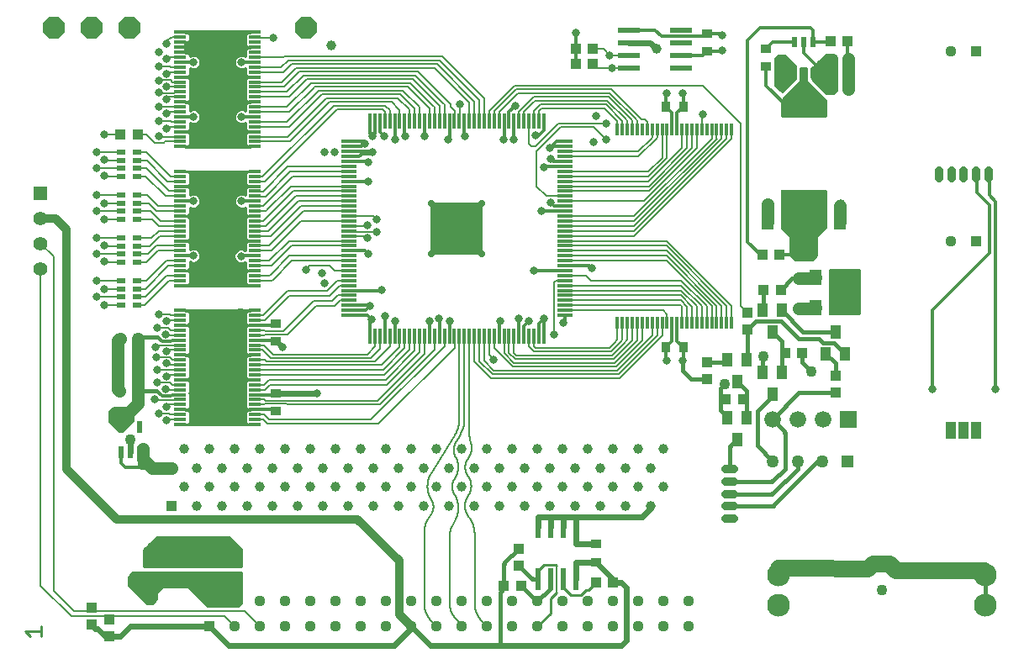
<source format=gtl>
G75*
%MOIN*%
%OFA0B0*%
%FSLAX25Y25*%
%IPPOS*%
%LPD*%
%AMOC8*
5,1,8,0,0,1.08239X$1,22.5*
%
%ADD10C,0.00900*%
%ADD11C,0.09055*%
%ADD12R,0.03937X0.03543*%
%ADD13R,0.03543X0.03937*%
%ADD14R,0.05118X0.05906*%
%ADD15R,0.05118X0.01260*%
%ADD16R,0.08661X0.02362*%
%ADD17R,0.06299X0.01181*%
%ADD18R,0.01181X0.06299*%
%ADD19C,0.02775*%
%ADD20C,0.00500*%
%ADD21C,0.16598*%
%ADD22R,0.02362X0.04331*%
%ADD23R,0.18110X0.07087*%
%ADD24R,0.04331X0.03937*%
%ADD25R,0.01260X0.04724*%
%ADD26R,0.04409X0.04409*%
%ADD27C,0.04409*%
%ADD28R,0.03543X0.01969*%
%ADD29R,0.02165X0.04724*%
%ADD30R,0.02362X0.08661*%
%ADD31R,0.03937X0.04331*%
%ADD32OC8,0.08500*%
%ADD33C,0.03956*%
%ADD34R,0.03956X0.03956*%
%ADD35R,0.05512X0.05512*%
%ADD36C,0.05512*%
%ADD37C,0.04000*%
%ADD38R,0.04000X0.07000*%
%ADD39C,0.03169*%
%ADD40R,0.04961X0.04961*%
%ADD41C,0.04961*%
%ADD42R,0.06600X0.06600*%
%ADD43C,0.06600*%
%ADD44R,0.03937X0.05512*%
%ADD45R,0.05906X0.05118*%
%ADD46C,0.04356*%
%ADD47C,0.01200*%
%ADD48C,0.03175*%
%ADD49C,0.03962*%
%ADD50C,0.05000*%
%ADD51C,0.01000*%
%ADD52C,0.02400*%
%ADD53C,0.01600*%
%ADD54C,0.00591*%
%ADD55C,0.04750*%
%ADD56C,0.06600*%
%ADD57C,0.00787*%
%ADD58C,0.03200*%
D10*
X0010637Y0095335D02*
X0008602Y0097370D01*
X0014707Y0097370D01*
X0014707Y0095335D02*
X0014707Y0099405D01*
D11*
X0307213Y0107528D03*
X0307213Y0119732D03*
X0389102Y0119732D03*
X0389102Y0107528D03*
D12*
X0234657Y0124783D03*
X0234657Y0131870D03*
X0107846Y0184583D03*
X0107846Y0191669D03*
X0107846Y0212220D03*
X0107846Y0219307D03*
X0278657Y0327283D03*
X0278657Y0334370D03*
X0302157Y0328370D03*
X0302157Y0321283D03*
D13*
X0327614Y0318327D03*
X0334701Y0318327D03*
X0269461Y0305454D03*
X0262374Y0305454D03*
X0262374Y0209871D03*
X0269461Y0209871D03*
X0053083Y0213402D03*
X0045996Y0213402D03*
X0045917Y0192732D03*
X0053004Y0192732D03*
D14*
X0302917Y0259827D03*
X0310398Y0259827D03*
X0323917Y0259827D03*
X0331398Y0259827D03*
X0329398Y0237827D03*
X0321917Y0237827D03*
X0321917Y0225827D03*
X0329398Y0225827D03*
D15*
X0099421Y0224622D03*
X0099421Y0222654D03*
X0099421Y0220685D03*
X0099421Y0218717D03*
X0099421Y0216748D03*
X0099421Y0214780D03*
X0099421Y0212811D03*
X0099421Y0210843D03*
X0099421Y0208874D03*
X0099421Y0206906D03*
X0099421Y0204937D03*
X0099421Y0202969D03*
X0099421Y0201000D03*
X0099421Y0199031D03*
X0099421Y0197063D03*
X0099421Y0195094D03*
X0099421Y0193126D03*
X0099421Y0191157D03*
X0099421Y0189189D03*
X0099421Y0187220D03*
X0099421Y0185252D03*
X0099421Y0183283D03*
X0099421Y0181315D03*
X0099421Y0179346D03*
X0069894Y0179346D03*
X0069894Y0181315D03*
X0069894Y0183283D03*
X0069894Y0185252D03*
X0069894Y0187220D03*
X0069894Y0189189D03*
X0069894Y0191157D03*
X0069894Y0193126D03*
X0069894Y0195094D03*
X0069894Y0197063D03*
X0069894Y0199031D03*
X0069894Y0201000D03*
X0069894Y0202969D03*
X0069894Y0204937D03*
X0069894Y0206906D03*
X0069894Y0208874D03*
X0069894Y0210843D03*
X0069894Y0212811D03*
X0069894Y0214780D03*
X0069894Y0216748D03*
X0069894Y0218717D03*
X0069894Y0220685D03*
X0069894Y0222654D03*
X0069894Y0224622D03*
X0069894Y0234465D03*
X0069894Y0236433D03*
X0069894Y0238402D03*
X0069894Y0240370D03*
X0069894Y0242339D03*
X0069894Y0244307D03*
X0069894Y0246276D03*
X0069894Y0248244D03*
X0069894Y0250213D03*
X0069894Y0252181D03*
X0069894Y0254150D03*
X0069894Y0256118D03*
X0069894Y0258087D03*
X0069894Y0260055D03*
X0069894Y0262024D03*
X0069894Y0263992D03*
X0069894Y0265961D03*
X0069894Y0267929D03*
X0069894Y0269898D03*
X0069894Y0271866D03*
X0069894Y0273835D03*
X0069894Y0275803D03*
X0069894Y0277772D03*
X0069894Y0279740D03*
X0069894Y0289583D03*
X0069894Y0291551D03*
X0069894Y0293520D03*
X0069894Y0295488D03*
X0069894Y0297457D03*
X0069894Y0299425D03*
X0069894Y0301394D03*
X0069894Y0303362D03*
X0069894Y0305331D03*
X0069894Y0307299D03*
X0069894Y0309268D03*
X0069894Y0311236D03*
X0069894Y0313205D03*
X0069894Y0315173D03*
X0069894Y0317142D03*
X0069894Y0319110D03*
X0069894Y0321079D03*
X0069894Y0323047D03*
X0069894Y0325016D03*
X0069894Y0326984D03*
X0069894Y0328953D03*
X0069894Y0330921D03*
X0069894Y0332890D03*
X0069894Y0334858D03*
X0099421Y0334858D03*
X0099421Y0332890D03*
X0099421Y0330921D03*
X0099421Y0328953D03*
X0099421Y0326984D03*
X0099421Y0325016D03*
X0099421Y0323047D03*
X0099421Y0321079D03*
X0099421Y0319110D03*
X0099421Y0317142D03*
X0099421Y0315173D03*
X0099421Y0313205D03*
X0099421Y0311236D03*
X0099421Y0309268D03*
X0099421Y0307299D03*
X0099421Y0305331D03*
X0099421Y0303362D03*
X0099421Y0301394D03*
X0099421Y0299425D03*
X0099421Y0297457D03*
X0099421Y0295488D03*
X0099421Y0293520D03*
X0099421Y0291551D03*
X0099421Y0289583D03*
X0099421Y0279740D03*
X0099421Y0277772D03*
X0099421Y0275803D03*
X0099421Y0273835D03*
X0099421Y0271866D03*
X0099421Y0269898D03*
X0099421Y0267929D03*
X0099421Y0265961D03*
X0099421Y0263992D03*
X0099421Y0262024D03*
X0099421Y0260055D03*
X0099421Y0258087D03*
X0099421Y0256118D03*
X0099421Y0254150D03*
X0099421Y0252181D03*
X0099421Y0250213D03*
X0099421Y0248244D03*
X0099421Y0246276D03*
X0099421Y0244307D03*
X0099421Y0242339D03*
X0099421Y0240370D03*
X0099421Y0238402D03*
X0099421Y0236433D03*
X0099421Y0234465D03*
D16*
X0247921Y0320827D03*
X0247921Y0325827D03*
X0247921Y0330827D03*
X0247921Y0335827D03*
X0268394Y0335827D03*
X0268394Y0330827D03*
X0268394Y0325827D03*
X0268394Y0320827D03*
D17*
X0222335Y0291551D03*
X0222335Y0289583D03*
X0222335Y0287614D03*
X0222335Y0285646D03*
X0222335Y0283677D03*
X0222335Y0281709D03*
X0222335Y0279740D03*
X0222335Y0277772D03*
X0222335Y0275803D03*
X0222335Y0273835D03*
X0222335Y0271866D03*
X0222335Y0269898D03*
X0222335Y0267929D03*
X0222335Y0265961D03*
X0222335Y0263992D03*
X0222335Y0262024D03*
X0222335Y0260055D03*
X0222335Y0258087D03*
X0222335Y0256118D03*
X0222335Y0254150D03*
X0222335Y0252181D03*
X0222335Y0250213D03*
X0222335Y0248244D03*
X0222335Y0246276D03*
X0222335Y0244307D03*
X0222335Y0242339D03*
X0222335Y0240370D03*
X0222335Y0238402D03*
X0222335Y0236433D03*
X0222335Y0234465D03*
X0222335Y0232496D03*
X0222335Y0230528D03*
X0222335Y0228559D03*
X0222335Y0226591D03*
X0222335Y0224622D03*
X0222335Y0222654D03*
X0136902Y0222654D03*
X0136902Y0224622D03*
X0136902Y0226591D03*
X0136902Y0228559D03*
X0136902Y0230528D03*
X0136902Y0232496D03*
X0136902Y0234465D03*
X0136902Y0236433D03*
X0136902Y0238402D03*
X0136902Y0240370D03*
X0136902Y0242339D03*
X0136902Y0244307D03*
X0136902Y0246276D03*
X0136902Y0248244D03*
X0136902Y0250213D03*
X0136902Y0252181D03*
X0136902Y0254150D03*
X0136902Y0256118D03*
X0136902Y0258087D03*
X0136902Y0260055D03*
X0136902Y0262024D03*
X0136902Y0263992D03*
X0136902Y0265961D03*
X0136902Y0267929D03*
X0136902Y0269898D03*
X0136902Y0271866D03*
X0136902Y0273835D03*
X0136902Y0275803D03*
X0136902Y0277772D03*
X0136902Y0279740D03*
X0136902Y0281709D03*
X0136902Y0283677D03*
X0136902Y0285646D03*
X0136902Y0287614D03*
X0136902Y0289583D03*
X0136902Y0291551D03*
D18*
X0145169Y0299819D03*
X0147138Y0299819D03*
X0149106Y0299819D03*
X0151075Y0299819D03*
X0153043Y0299819D03*
X0155012Y0299819D03*
X0156980Y0299819D03*
X0158949Y0299819D03*
X0160917Y0299819D03*
X0162886Y0299819D03*
X0164854Y0299819D03*
X0166823Y0299819D03*
X0168791Y0299819D03*
X0170760Y0299819D03*
X0172728Y0299819D03*
X0174697Y0299819D03*
X0176665Y0299819D03*
X0178634Y0299819D03*
X0180602Y0299819D03*
X0182571Y0299819D03*
X0184539Y0299819D03*
X0186508Y0299819D03*
X0188476Y0299819D03*
X0190445Y0299819D03*
X0192413Y0299819D03*
X0194382Y0299819D03*
X0196350Y0299819D03*
X0198319Y0299819D03*
X0200287Y0299819D03*
X0202256Y0299819D03*
X0204224Y0299819D03*
X0206193Y0299819D03*
X0208161Y0299819D03*
X0210130Y0299819D03*
X0212098Y0299819D03*
X0214067Y0299819D03*
X0214067Y0214386D03*
X0212098Y0214386D03*
X0210130Y0214386D03*
X0208161Y0214386D03*
X0206193Y0214386D03*
X0204224Y0214386D03*
X0202256Y0214386D03*
X0200287Y0214386D03*
X0198319Y0214386D03*
X0196350Y0214386D03*
X0194382Y0214386D03*
X0192413Y0214386D03*
X0190445Y0214386D03*
X0188476Y0214386D03*
X0186508Y0214386D03*
X0184539Y0214386D03*
X0182571Y0214386D03*
X0180602Y0214386D03*
X0178634Y0214386D03*
X0176665Y0214386D03*
X0174697Y0214386D03*
X0172728Y0214386D03*
X0170760Y0214386D03*
X0168791Y0214386D03*
X0166823Y0214386D03*
X0164854Y0214386D03*
X0162886Y0214386D03*
X0160917Y0214386D03*
X0158949Y0214386D03*
X0156980Y0214386D03*
X0155012Y0214386D03*
X0153043Y0214386D03*
X0151075Y0214386D03*
X0149106Y0214386D03*
X0147138Y0214386D03*
X0145169Y0214386D03*
D19*
X0169618Y0247102D03*
X0189618Y0247102D03*
X0189618Y0267102D03*
X0169618Y0267102D03*
D20*
X0189618Y0267102D01*
X0189618Y0247102D01*
X0169618Y0247102D01*
X0169618Y0267102D01*
X0169618Y0266789D02*
X0189618Y0266789D01*
X0189618Y0266291D02*
X0169618Y0266291D01*
X0169618Y0265792D02*
X0189618Y0265792D01*
X0189618Y0265294D02*
X0169618Y0265294D01*
X0169618Y0264795D02*
X0189618Y0264795D01*
X0189618Y0264297D02*
X0169618Y0264297D01*
X0169618Y0263798D02*
X0189618Y0263798D01*
X0189618Y0263300D02*
X0169618Y0263300D01*
X0169618Y0262801D02*
X0189618Y0262801D01*
X0189618Y0262303D02*
X0169618Y0262303D01*
X0169618Y0261804D02*
X0189618Y0261804D01*
X0189618Y0261306D02*
X0169618Y0261306D01*
X0169618Y0260807D02*
X0189618Y0260807D01*
X0189618Y0260309D02*
X0169618Y0260309D01*
X0169618Y0259810D02*
X0189618Y0259810D01*
X0189618Y0259312D02*
X0169618Y0259312D01*
X0169618Y0258813D02*
X0189618Y0258813D01*
X0189618Y0258315D02*
X0169618Y0258315D01*
X0169618Y0257816D02*
X0189618Y0257816D01*
X0189618Y0257318D02*
X0169618Y0257318D01*
X0169618Y0256819D02*
X0189618Y0256819D01*
X0189618Y0256321D02*
X0169618Y0256321D01*
X0169618Y0255822D02*
X0189618Y0255822D01*
X0189618Y0255324D02*
X0169618Y0255324D01*
X0169618Y0254825D02*
X0189618Y0254825D01*
X0189618Y0254327D02*
X0169618Y0254327D01*
X0169618Y0253828D02*
X0189618Y0253828D01*
X0189618Y0253330D02*
X0169618Y0253330D01*
X0169618Y0252831D02*
X0189618Y0252831D01*
X0189618Y0252333D02*
X0169618Y0252333D01*
X0169618Y0251834D02*
X0189618Y0251834D01*
X0189618Y0251336D02*
X0169618Y0251336D01*
X0169618Y0250837D02*
X0189618Y0250837D01*
X0189618Y0250338D02*
X0169618Y0250338D01*
X0169618Y0249840D02*
X0189618Y0249840D01*
X0189618Y0249341D02*
X0169618Y0249341D01*
X0169618Y0248843D02*
X0189618Y0248843D01*
X0189618Y0248344D02*
X0169618Y0248344D01*
X0169618Y0247846D02*
X0189618Y0247846D01*
X0189618Y0247347D02*
X0169618Y0247347D01*
D21*
X0179618Y0257102D03*
D22*
X0313417Y0318528D03*
X0317157Y0318528D03*
X0320898Y0318528D03*
X0320898Y0331126D03*
X0317157Y0331126D03*
X0313417Y0331126D03*
D23*
X0317157Y0304543D03*
X0317157Y0269110D03*
D24*
X0307504Y0246827D03*
X0300811Y0246827D03*
X0301311Y0232827D03*
X0308004Y0232827D03*
X0309811Y0207827D03*
X0316504Y0207827D03*
X0293004Y0189327D03*
X0286311Y0189327D03*
X0241504Y0116827D03*
X0234811Y0116827D03*
X0205004Y0115327D03*
X0198311Y0115327D03*
X0053004Y0294327D03*
X0046311Y0294327D03*
X0226811Y0322327D03*
X0226811Y0328327D03*
X0233504Y0328327D03*
X0233504Y0322327D03*
X0327811Y0331327D03*
X0334504Y0331327D03*
D25*
X0288555Y0296472D03*
X0286587Y0296472D03*
X0284618Y0296472D03*
X0282650Y0296472D03*
X0280681Y0296472D03*
X0278713Y0296472D03*
X0276744Y0296472D03*
X0274776Y0296472D03*
X0272807Y0296472D03*
X0270839Y0296472D03*
X0268870Y0296472D03*
X0266902Y0296472D03*
X0264933Y0296472D03*
X0262965Y0296472D03*
X0260996Y0296472D03*
X0259028Y0296472D03*
X0257059Y0296472D03*
X0255091Y0296472D03*
X0253122Y0296472D03*
X0251154Y0296472D03*
X0249185Y0296472D03*
X0247217Y0296472D03*
X0245248Y0296472D03*
X0243280Y0296472D03*
X0243280Y0219701D03*
X0245248Y0219701D03*
X0247217Y0219701D03*
X0249185Y0219701D03*
X0251154Y0219701D03*
X0253122Y0219701D03*
X0255091Y0219701D03*
X0257059Y0219701D03*
X0259028Y0219701D03*
X0260996Y0219701D03*
X0262965Y0219701D03*
X0264933Y0219701D03*
X0266902Y0219701D03*
X0268870Y0219701D03*
X0270839Y0219701D03*
X0272807Y0219701D03*
X0274776Y0219701D03*
X0276744Y0219701D03*
X0278713Y0219701D03*
X0280681Y0219701D03*
X0282650Y0219701D03*
X0284618Y0219701D03*
X0286587Y0219701D03*
X0288555Y0219701D03*
D26*
X0385642Y0252181D03*
X0385642Y0327260D03*
X0081508Y0099307D03*
D27*
X0091508Y0099307D03*
X0091508Y0109307D03*
X0081508Y0109307D03*
X0101508Y0109307D03*
X0111508Y0109307D03*
X0121508Y0109307D03*
X0121508Y0099307D03*
X0111508Y0099307D03*
X0101508Y0099307D03*
X0131508Y0099307D03*
X0141508Y0099307D03*
X0141508Y0109307D03*
X0131508Y0109307D03*
X0151508Y0109307D03*
X0161508Y0109307D03*
X0171508Y0109307D03*
X0171508Y0099307D03*
X0161508Y0099307D03*
X0151508Y0099307D03*
X0181508Y0099307D03*
X0191508Y0099307D03*
X0191508Y0109307D03*
X0181508Y0109307D03*
X0201508Y0109307D03*
X0211508Y0109307D03*
X0221508Y0109307D03*
X0221508Y0099307D03*
X0211508Y0099307D03*
X0201508Y0099307D03*
X0231508Y0099307D03*
X0241508Y0099307D03*
X0251508Y0099307D03*
X0251508Y0109307D03*
X0241508Y0109307D03*
X0231508Y0109307D03*
X0261508Y0109307D03*
X0271508Y0109307D03*
X0271508Y0099307D03*
X0261508Y0099307D03*
X0375642Y0252181D03*
X0375642Y0327260D03*
D28*
X0052780Y0287244D03*
X0052780Y0284094D03*
X0052780Y0280945D03*
X0052780Y0277795D03*
X0046480Y0277795D03*
X0046480Y0280945D03*
X0046480Y0284094D03*
X0046480Y0287244D03*
X0046480Y0270244D03*
X0046480Y0267094D03*
X0046480Y0263945D03*
X0046480Y0260795D03*
X0052780Y0260795D03*
X0052780Y0263945D03*
X0052780Y0267094D03*
X0052780Y0270244D03*
X0052780Y0253244D03*
X0052780Y0250094D03*
X0052780Y0246945D03*
X0052780Y0243795D03*
X0046480Y0243795D03*
X0046480Y0246945D03*
X0046480Y0250094D03*
X0046480Y0253244D03*
X0046480Y0236244D03*
X0046480Y0233094D03*
X0046480Y0229945D03*
X0046480Y0226795D03*
X0052780Y0226795D03*
X0052780Y0229945D03*
X0052780Y0233094D03*
X0052780Y0236244D03*
D29*
X0053898Y0178445D03*
X0046417Y0178445D03*
X0046417Y0168209D03*
X0050157Y0168209D03*
X0053898Y0168209D03*
D30*
X0211657Y0138563D03*
X0216657Y0138563D03*
X0221657Y0138563D03*
X0226657Y0138563D03*
X0226657Y0118091D03*
X0221657Y0118091D03*
X0216657Y0118091D03*
X0211657Y0118091D03*
D31*
X0204157Y0123480D03*
X0204157Y0130173D03*
X0278657Y0197480D03*
X0278657Y0204173D03*
X0294657Y0216980D03*
X0294657Y0223673D03*
X0329657Y0198673D03*
X0329657Y0191980D03*
X0041657Y0101984D03*
X0041657Y0095291D03*
X0034657Y0099980D03*
X0034657Y0106673D03*
D32*
X0034657Y0336827D03*
X0049657Y0336827D03*
X0019657Y0336827D03*
X0119657Y0336827D03*
D33*
X0121606Y0169622D03*
X0116606Y0162122D03*
X0111606Y0154622D03*
X0106606Y0147122D03*
X0101606Y0154622D03*
X0096606Y0147122D03*
X0091606Y0154622D03*
X0086606Y0147122D03*
X0081606Y0154622D03*
X0076606Y0147122D03*
X0071606Y0154622D03*
X0066606Y0162122D03*
X0071606Y0169622D03*
X0076606Y0162122D03*
X0081606Y0169622D03*
X0086606Y0162122D03*
X0091606Y0169622D03*
X0096606Y0162122D03*
X0101606Y0169622D03*
X0106606Y0162122D03*
X0111606Y0169622D03*
X0126606Y0162122D03*
X0121606Y0154622D03*
X0116606Y0147122D03*
X0126606Y0147122D03*
X0131606Y0154622D03*
X0136606Y0147122D03*
X0141606Y0154622D03*
X0136606Y0162122D03*
X0131606Y0169622D03*
X0141606Y0169622D03*
X0146606Y0162122D03*
X0151606Y0154622D03*
X0146606Y0147122D03*
X0156606Y0147122D03*
X0161606Y0154622D03*
X0156606Y0162122D03*
X0151606Y0169622D03*
X0161606Y0169622D03*
X0166606Y0162122D03*
X0171606Y0154622D03*
X0166606Y0147122D03*
X0176606Y0147122D03*
X0181606Y0154622D03*
X0176606Y0162122D03*
X0171606Y0169622D03*
X0181606Y0169622D03*
X0186606Y0162122D03*
X0191606Y0154622D03*
X0186606Y0147122D03*
X0196606Y0147122D03*
X0201606Y0154622D03*
X0196606Y0162122D03*
X0191606Y0169622D03*
X0201606Y0169622D03*
X0206606Y0162122D03*
X0211606Y0154622D03*
X0206606Y0147122D03*
X0216606Y0147122D03*
X0221606Y0154622D03*
X0216606Y0162122D03*
X0211606Y0169622D03*
X0221606Y0169622D03*
X0226606Y0162122D03*
X0231606Y0154622D03*
X0226606Y0147122D03*
X0236606Y0147122D03*
X0241606Y0154622D03*
X0236606Y0162122D03*
X0231606Y0169622D03*
X0241606Y0169622D03*
X0246606Y0162122D03*
X0251606Y0154622D03*
X0246606Y0147122D03*
X0256606Y0147122D03*
X0261606Y0154622D03*
X0256606Y0162122D03*
X0251606Y0169622D03*
X0261606Y0169622D03*
D34*
X0066606Y0147122D03*
D35*
X0014500Y0271118D03*
D36*
X0014500Y0261118D03*
X0014500Y0251118D03*
X0014500Y0241118D03*
D37*
X0375642Y0177102D03*
X0380642Y0177102D03*
X0385642Y0177102D03*
D38*
X0385642Y0177102D03*
X0380642Y0177102D03*
X0375642Y0177102D03*
D39*
X0289470Y0161669D02*
X0286302Y0161669D01*
X0286302Y0156748D02*
X0289470Y0156748D01*
X0289470Y0151827D02*
X0286302Y0151827D01*
X0286302Y0146906D02*
X0289470Y0146906D01*
X0289470Y0141984D02*
X0286302Y0141984D01*
X0370799Y0277014D02*
X0370799Y0280183D01*
X0375720Y0280183D02*
X0375720Y0277014D01*
X0380642Y0277014D02*
X0380642Y0280183D01*
X0385563Y0280183D02*
X0385563Y0277014D01*
X0390484Y0277014D02*
X0390484Y0280183D01*
D40*
X0334421Y0164740D03*
D41*
X0324579Y0164740D03*
X0314736Y0164740D03*
X0304894Y0164740D03*
D42*
X0334657Y0181327D03*
D43*
X0324657Y0181327D03*
X0314657Y0181327D03*
X0304657Y0181327D03*
D44*
X0294398Y0182157D03*
X0286917Y0182157D03*
X0290657Y0173496D03*
X0304657Y0191496D03*
X0300917Y0200157D03*
X0308398Y0200157D03*
X0294398Y0205157D03*
X0286917Y0205157D03*
X0290657Y0196496D03*
X0304657Y0215996D03*
X0300917Y0224657D03*
X0308398Y0224657D03*
X0329657Y0216157D03*
X0325917Y0207496D03*
X0333398Y0207496D03*
D45*
X0089657Y0125567D03*
X0089657Y0118087D03*
X0079657Y0118087D03*
X0079657Y0125567D03*
X0069657Y0125567D03*
X0069657Y0118087D03*
X0059657Y0118087D03*
X0059657Y0125567D03*
D46*
X0064445Y0132543D03*
X0084445Y0132543D03*
X0055157Y0163327D03*
X0050157Y0173327D03*
X0049157Y0183827D03*
X0044157Y0183827D03*
X0045157Y0203327D03*
X0093909Y0223362D03*
X0084657Y0251236D03*
X0084657Y0262220D03*
X0084657Y0306039D03*
X0084657Y0317614D03*
X0285657Y0195327D03*
X0301157Y0206327D03*
X0320157Y0200327D03*
X0315157Y0225327D03*
X0330157Y0231827D03*
X0336657Y0231827D03*
X0315157Y0237327D03*
X0348157Y0113827D03*
D47*
X0368157Y0193327D02*
X0368157Y0224827D01*
X0390657Y0247327D01*
X0390657Y0266327D01*
X0385657Y0271327D01*
X0385657Y0278504D01*
X0385563Y0278598D01*
X0390484Y0278598D02*
X0390657Y0278425D01*
X0390657Y0270327D01*
X0393157Y0267827D01*
X0393157Y0193327D01*
X0339157Y0223327D02*
X0339157Y0240327D01*
X0327657Y0240327D01*
X0327657Y0223327D01*
X0339157Y0223327D01*
X0339157Y0223457D02*
X0327657Y0223457D01*
X0327657Y0224656D02*
X0339157Y0224656D01*
X0339157Y0225854D02*
X0327657Y0225854D01*
X0327657Y0227053D02*
X0339157Y0227053D01*
X0339157Y0228251D02*
X0327657Y0228251D01*
X0327657Y0229450D02*
X0339157Y0229450D01*
X0339157Y0230648D02*
X0327657Y0230648D01*
X0327657Y0231847D02*
X0339157Y0231847D01*
X0339157Y0233045D02*
X0327657Y0233045D01*
X0327657Y0234244D02*
X0339157Y0234244D01*
X0339157Y0235442D02*
X0327657Y0235442D01*
X0327657Y0236641D02*
X0339157Y0236641D01*
X0339157Y0237839D02*
X0327657Y0237839D01*
X0327657Y0239038D02*
X0339157Y0239038D01*
X0339157Y0240236D02*
X0327657Y0240236D01*
X0322059Y0246229D02*
X0312255Y0246229D01*
X0312157Y0246327D02*
X0312157Y0253827D01*
X0308657Y0257327D01*
X0308657Y0271827D01*
X0325657Y0271827D01*
X0325657Y0257327D01*
X0322157Y0253827D01*
X0322157Y0246327D01*
X0320657Y0244827D01*
X0313657Y0244827D01*
X0312157Y0246327D01*
X0312157Y0247427D02*
X0322157Y0247427D01*
X0322157Y0248626D02*
X0312157Y0248626D01*
X0312157Y0249824D02*
X0322157Y0249824D01*
X0322157Y0251023D02*
X0312157Y0251023D01*
X0312157Y0252221D02*
X0322157Y0252221D01*
X0322157Y0253420D02*
X0312157Y0253420D01*
X0311366Y0254618D02*
X0322949Y0254618D01*
X0324148Y0255817D02*
X0310167Y0255817D01*
X0308969Y0257015D02*
X0325346Y0257015D01*
X0325657Y0258214D02*
X0308657Y0258214D01*
X0308657Y0259412D02*
X0325657Y0259412D01*
X0325657Y0260611D02*
X0308657Y0260611D01*
X0308657Y0261809D02*
X0325657Y0261809D01*
X0325657Y0263008D02*
X0308657Y0263008D01*
X0308657Y0264206D02*
X0325657Y0264206D01*
X0325657Y0265405D02*
X0308657Y0265405D01*
X0308657Y0266603D02*
X0325657Y0266603D01*
X0325657Y0267802D02*
X0308657Y0267802D01*
X0308657Y0269000D02*
X0325657Y0269000D01*
X0325657Y0270199D02*
X0308657Y0270199D01*
X0308657Y0271398D02*
X0325657Y0271398D01*
X0320861Y0245030D02*
X0313454Y0245030D01*
X0314157Y0246827D02*
X0307504Y0246827D01*
X0300811Y0246827D02*
X0300157Y0246827D01*
X0294657Y0251827D01*
X0294657Y0331827D01*
X0299657Y0336827D01*
X0319657Y0336827D01*
X0320898Y0335587D01*
X0320898Y0331126D01*
X0326610Y0331126D01*
X0327811Y0331327D01*
X0329157Y0325827D02*
X0326157Y0325827D01*
X0320657Y0320327D01*
X0320657Y0316327D01*
X0326157Y0310827D01*
X0329157Y0310827D01*
X0330157Y0311827D01*
X0330157Y0324827D01*
X0329157Y0325827D01*
X0329654Y0325331D02*
X0325661Y0325331D01*
X0324463Y0324132D02*
X0330157Y0324132D01*
X0330157Y0322934D02*
X0323264Y0322934D01*
X0322157Y0321827D02*
X0322157Y0319787D01*
X0320898Y0318528D01*
X0320657Y0318139D02*
X0330157Y0318139D01*
X0330157Y0316941D02*
X0320657Y0316941D01*
X0321242Y0315742D02*
X0330157Y0315742D01*
X0330157Y0314544D02*
X0322440Y0314544D01*
X0323639Y0313345D02*
X0330157Y0313345D01*
X0330157Y0312147D02*
X0324837Y0312147D01*
X0326036Y0310948D02*
X0329279Y0310948D01*
X0325657Y0307827D02*
X0325657Y0301827D01*
X0308657Y0301827D01*
X0308657Y0307827D01*
X0316157Y0315327D01*
X0316157Y0320327D01*
X0318157Y0320327D01*
X0318157Y0315327D01*
X0325657Y0307827D01*
X0325657Y0307353D02*
X0308657Y0307353D01*
X0308657Y0306154D02*
X0325657Y0306154D01*
X0325657Y0304956D02*
X0308657Y0304956D01*
X0308657Y0303757D02*
X0325657Y0303757D01*
X0325657Y0302559D02*
X0308657Y0302559D01*
X0311441Y0304543D02*
X0302157Y0313827D01*
X0302157Y0321283D01*
X0306157Y0321735D02*
X0313249Y0321735D01*
X0313657Y0321327D02*
X0313657Y0316327D01*
X0308657Y0311327D01*
X0306157Y0313827D01*
X0306157Y0324327D01*
X0307157Y0325327D01*
X0309657Y0325327D01*
X0313657Y0321327D01*
X0313657Y0320536D02*
X0306157Y0320536D01*
X0306157Y0319338D02*
X0313657Y0319338D01*
X0313657Y0318139D02*
X0306157Y0318139D01*
X0306157Y0316941D02*
X0313657Y0316941D01*
X0313073Y0315742D02*
X0306157Y0315742D01*
X0306157Y0314544D02*
X0311875Y0314544D01*
X0310676Y0313345D02*
X0306639Y0313345D01*
X0307837Y0312147D02*
X0309478Y0312147D01*
X0311779Y0310948D02*
X0322536Y0310948D01*
X0323734Y0309750D02*
X0310581Y0309750D01*
X0309382Y0308551D02*
X0324933Y0308551D01*
X0321337Y0312147D02*
X0312978Y0312147D01*
X0314176Y0313345D02*
X0320139Y0313345D01*
X0318940Y0314544D02*
X0315375Y0314544D01*
X0316157Y0315742D02*
X0318157Y0315742D01*
X0318157Y0316941D02*
X0316157Y0316941D01*
X0316157Y0318139D02*
X0318157Y0318139D01*
X0318157Y0319338D02*
X0316157Y0319338D01*
X0320657Y0319338D02*
X0330157Y0319338D01*
X0330157Y0320536D02*
X0320867Y0320536D01*
X0322066Y0321735D02*
X0330157Y0321735D01*
X0334657Y0324327D02*
X0334504Y0325480D01*
X0334504Y0331327D01*
X0334701Y0318327D02*
X0333701Y0317783D01*
X0334657Y0316827D01*
X0322157Y0321827D02*
X0317157Y0326827D01*
X0317157Y0331126D01*
X0313417Y0331126D02*
X0304913Y0331126D01*
X0302157Y0328370D01*
X0306157Y0324132D02*
X0310852Y0324132D01*
X0312051Y0322934D02*
X0306157Y0322934D01*
X0311441Y0304543D02*
X0317157Y0304543D01*
X0284748Y0327744D02*
X0284287Y0327283D01*
X0278657Y0327283D01*
X0277201Y0325827D01*
X0268394Y0325827D01*
X0260657Y0333327D02*
X0277614Y0333327D01*
X0278657Y0334370D01*
X0284114Y0334370D01*
X0284657Y0333827D01*
X0260657Y0333327D02*
X0258157Y0335827D01*
X0247921Y0335827D01*
X0226657Y0334827D02*
X0226657Y0328480D01*
X0226811Y0328327D01*
X0226811Y0322327D01*
X0214067Y0299819D02*
X0214067Y0295882D01*
X0212098Y0293913D01*
X0210996Y0293913D01*
X0210878Y0294031D01*
X0216469Y0289031D02*
X0218988Y0291551D01*
X0222335Y0291551D01*
X0222335Y0289583D02*
X0217020Y0289583D01*
X0216469Y0289031D01*
X0216657Y0284827D02*
X0217807Y0283677D01*
X0222335Y0283677D01*
X0222335Y0281709D02*
X0214567Y0281709D01*
X0214067Y0281209D01*
X0202256Y0292339D02*
X0202256Y0299819D01*
X0200287Y0299819D02*
X0200287Y0303457D01*
X0202657Y0305827D01*
X0198319Y0299819D02*
X0198319Y0292535D01*
X0198122Y0292339D01*
X0182657Y0293827D02*
X0182571Y0293913D01*
X0182571Y0299819D01*
X0176665Y0299819D02*
X0176665Y0292732D01*
X0176272Y0292339D01*
X0166823Y0293992D02*
X0166657Y0293827D01*
X0166823Y0293992D02*
X0166823Y0299819D01*
X0158949Y0299819D02*
X0158949Y0294035D01*
X0159157Y0293827D01*
X0155012Y0292339D02*
X0155012Y0299819D01*
X0149106Y0299819D02*
X0149106Y0295378D01*
X0150657Y0293827D01*
X0147138Y0294807D02*
X0146157Y0293827D01*
X0145169Y0294815D01*
X0145169Y0299819D01*
X0147138Y0299819D02*
X0147138Y0294807D01*
X0143157Y0290827D02*
X0141913Y0289583D01*
X0136902Y0289583D01*
X0136902Y0291551D02*
X0142433Y0291551D01*
X0143157Y0290827D01*
X0142157Y0286827D02*
X0145657Y0286827D01*
X0146157Y0287327D01*
X0145870Y0287614D01*
X0136902Y0287614D01*
X0136902Y0285646D02*
X0140976Y0285646D01*
X0142157Y0286827D01*
X0144185Y0283677D02*
X0136902Y0283677D01*
X0144185Y0283677D02*
X0144382Y0283480D01*
X0144382Y0275803D02*
X0136902Y0275803D01*
X0136902Y0248244D02*
X0143185Y0248244D01*
X0144382Y0247047D01*
X0149697Y0232693D02*
X0149500Y0232496D01*
X0136902Y0232496D01*
X0136902Y0226591D02*
X0144945Y0226591D01*
X0145291Y0226244D01*
X0143413Y0224622D01*
X0136902Y0224622D01*
X0136902Y0222654D02*
X0144063Y0222654D01*
X0145744Y0220972D01*
X0145169Y0219898D01*
X0145169Y0214386D01*
X0151075Y0214386D02*
X0151075Y0222457D01*
X0151059Y0222472D01*
X0155012Y0220181D02*
X0155157Y0220327D01*
X0155012Y0220181D02*
X0155012Y0214386D01*
X0168791Y0214386D02*
X0168791Y0220366D01*
X0168685Y0220472D01*
X0172622Y0221472D02*
X0172728Y0221366D01*
X0172728Y0214386D01*
X0176665Y0214386D02*
X0176665Y0220319D01*
X0176657Y0220327D01*
X0196350Y0220020D02*
X0196350Y0214386D01*
X0196350Y0220020D02*
X0196657Y0220327D01*
X0204028Y0221472D02*
X0204224Y0221276D01*
X0204224Y0214386D01*
X0206193Y0214386D02*
X0206193Y0218362D01*
X0208157Y0220327D01*
X0212098Y0219276D02*
X0214295Y0221472D01*
X0214067Y0221244D01*
X0214067Y0214386D01*
X0212098Y0214386D02*
X0212098Y0219276D01*
X0221748Y0219744D02*
X0222335Y0220331D01*
X0222335Y0222654D01*
X0222335Y0240370D02*
X0210130Y0240370D01*
X0222335Y0242339D02*
X0232146Y0242339D01*
X0233157Y0241327D01*
X0222335Y0263992D02*
X0213067Y0263992D01*
X0216657Y0267327D02*
X0218024Y0265961D01*
X0222335Y0265961D01*
X0264933Y0296472D02*
X0264933Y0302895D01*
X0262374Y0305454D01*
X0262374Y0310543D01*
X0262657Y0310827D01*
X0269248Y0310744D02*
X0269461Y0310531D01*
X0269461Y0305454D01*
X0266902Y0302895D01*
X0266902Y0296472D01*
X0266902Y0219701D02*
X0266902Y0212430D01*
X0269461Y0209871D01*
X0269461Y0205130D01*
X0269157Y0204827D01*
X0262748Y0204744D02*
X0262374Y0205118D01*
X0262374Y0209871D01*
X0264933Y0212430D01*
X0264933Y0219701D01*
X0107846Y0219307D02*
X0107256Y0218717D01*
X0099421Y0218717D01*
X0099421Y0212811D02*
X0107256Y0212811D01*
X0107846Y0212220D01*
X0107846Y0191669D02*
X0107335Y0191157D01*
X0099421Y0191157D01*
X0099421Y0185252D02*
X0107177Y0185252D01*
X0107846Y0184583D01*
X0069894Y0191157D02*
X0066862Y0191157D01*
X0066272Y0190567D01*
X0062728Y0190567D01*
X0060563Y0192732D01*
X0051157Y0184327D02*
X0051157Y0180827D01*
X0047157Y0176827D01*
X0045657Y0176827D01*
X0042157Y0180327D01*
X0042157Y0184327D01*
X0043657Y0185827D01*
X0049657Y0185827D01*
X0051157Y0184327D01*
X0051157Y0183906D02*
X0042157Y0183906D01*
X0042157Y0182708D02*
X0051157Y0182708D01*
X0051157Y0181509D02*
X0042157Y0181509D01*
X0042174Y0180311D02*
X0050641Y0180311D01*
X0049443Y0179112D02*
X0043372Y0179112D01*
X0044571Y0177914D02*
X0048244Y0177914D01*
X0050380Y0185105D02*
X0042935Y0185105D01*
X0046417Y0168209D02*
X0046417Y0164067D01*
X0048157Y0162327D01*
X0053657Y0162327D01*
X0056157Y0164827D01*
X0053898Y0168209D02*
X0055157Y0169469D01*
X0055157Y0169827D01*
X0053083Y0211827D02*
X0053083Y0213205D01*
X0053870Y0213992D01*
X0060957Y0213992D02*
X0062728Y0212220D01*
X0066272Y0212220D01*
X0066862Y0212811D01*
X0069894Y0212811D01*
X0069894Y0246276D02*
X0075130Y0246276D01*
X0094028Y0246079D02*
X0094224Y0246276D01*
X0099421Y0246276D01*
X0099421Y0267929D02*
X0094224Y0267929D01*
X0075130Y0267929D02*
X0069894Y0267929D01*
X0069894Y0301394D02*
X0075130Y0301394D01*
X0094224Y0301394D02*
X0099421Y0301394D01*
X0099421Y0323047D02*
X0094224Y0323047D01*
X0075130Y0323047D02*
X0069894Y0323047D01*
D48*
X0075130Y0323047D03*
X0064500Y0324386D03*
X0061350Y0327142D03*
X0064500Y0330291D03*
X0061350Y0321236D03*
X0064500Y0318480D03*
X0061350Y0315724D03*
X0064500Y0313362D03*
X0061350Y0311000D03*
X0064500Y0308244D03*
X0061350Y0305488D03*
X0064500Y0302732D03*
X0061350Y0299583D03*
X0064500Y0296827D03*
X0061350Y0293677D03*
X0075130Y0301394D03*
X0094224Y0301394D03*
X0094224Y0323047D03*
X0106657Y0332827D03*
X0146157Y0293827D03*
X0143157Y0290827D03*
X0146157Y0287327D03*
X0144382Y0283480D03*
X0144382Y0275803D03*
X0131157Y0287327D03*
X0127157Y0287327D03*
X0150657Y0293827D03*
X0155012Y0292339D03*
X0159157Y0293827D03*
X0166657Y0293827D03*
X0176272Y0292339D03*
X0182657Y0293827D03*
X0180657Y0306327D03*
X0198122Y0292339D03*
X0202256Y0292339D03*
X0210878Y0294031D03*
X0216469Y0289031D03*
X0216657Y0284827D03*
X0214067Y0281209D03*
X0216657Y0267327D03*
X0213067Y0263992D03*
X0233157Y0241327D03*
X0210130Y0240370D03*
X0214295Y0221472D03*
X0221748Y0219744D03*
X0218004Y0214917D03*
X0208157Y0220327D03*
X0204028Y0221472D03*
X0196657Y0220327D03*
X0194264Y0205114D03*
X0176657Y0220327D03*
X0172622Y0221472D03*
X0168685Y0220472D03*
X0155157Y0220327D03*
X0151059Y0222472D03*
X0145744Y0220972D03*
X0145291Y0226244D03*
X0149697Y0232693D03*
X0144382Y0247047D03*
X0144157Y0253327D03*
X0147657Y0255827D03*
X0144157Y0258327D03*
X0147657Y0260827D03*
X0126157Y0239327D03*
X0127157Y0235327D03*
X0119657Y0240827D03*
X0094028Y0246079D03*
X0075130Y0246276D03*
X0075130Y0267929D03*
X0094224Y0267929D03*
X0061350Y0223047D03*
X0064500Y0220291D03*
X0060957Y0217732D03*
X0064106Y0214976D03*
X0060169Y0210055D03*
X0060563Y0205921D03*
X0064500Y0203559D03*
X0060957Y0201000D03*
X0064500Y0198441D03*
X0060957Y0195882D03*
X0064303Y0193323D03*
X0059972Y0189189D03*
X0064500Y0186433D03*
X0061350Y0183677D03*
X0064500Y0180921D03*
X0074748Y0191843D03*
X0086323Y0180465D03*
X0064500Y0208283D03*
X0039972Y0226827D03*
X0036823Y0229976D03*
X0039972Y0233126D03*
X0036823Y0236276D03*
X0039933Y0243913D03*
X0036783Y0247063D03*
X0039933Y0250213D03*
X0036783Y0253362D03*
X0039933Y0260803D03*
X0036783Y0263953D03*
X0039933Y0267102D03*
X0036783Y0270252D03*
X0039894Y0277890D03*
X0036744Y0281039D03*
X0039894Y0284189D03*
X0036744Y0287339D03*
X0039894Y0294268D03*
X0110476Y0209957D03*
X0124146Y0191591D03*
X0233657Y0291327D03*
X0238657Y0292327D03*
X0238657Y0298827D03*
X0234657Y0301827D03*
X0241157Y0320827D03*
X0240157Y0325827D03*
X0226657Y0334827D03*
X0202657Y0305827D03*
X0262657Y0310827D03*
X0269248Y0310744D03*
X0277157Y0302327D03*
X0284748Y0327744D03*
X0284657Y0333827D03*
X0269157Y0204827D03*
X0262748Y0204744D03*
X0368157Y0193327D03*
X0393157Y0193327D03*
D49*
X0320157Y0246827D03*
X0314157Y0246827D03*
X0314157Y0252827D03*
X0320157Y0252827D03*
X0331657Y0266827D03*
X0302657Y0266827D03*
X0308657Y0313827D03*
X0308657Y0323327D03*
X0328157Y0323827D03*
X0334657Y0324327D03*
X0334657Y0312327D03*
X0328157Y0312827D03*
X0258657Y0328327D03*
X0129657Y0329827D03*
D50*
X0053083Y0213402D02*
X0053083Y0211827D01*
X0053083Y0192811D01*
X0053004Y0192732D01*
X0053004Y0187673D01*
X0049157Y0183827D01*
X0045917Y0192732D02*
X0045157Y0193492D01*
X0045157Y0203327D01*
X0045157Y0212563D01*
X0045996Y0213402D01*
X0055157Y0169827D02*
X0055157Y0165827D01*
X0056157Y0164827D01*
X0058862Y0162122D01*
X0066606Y0162122D01*
X0302917Y0259827D02*
X0302917Y0266567D01*
X0302657Y0266827D01*
X0331398Y0266087D02*
X0331398Y0265827D01*
X0331398Y0259827D01*
X0321917Y0237827D02*
X0321417Y0237327D01*
X0315157Y0237327D01*
X0315157Y0225327D02*
X0321417Y0225327D01*
X0321917Y0225827D01*
X0334657Y0312327D02*
X0334657Y0316827D01*
X0334657Y0324327D01*
D51*
X0218657Y0123827D02*
X0214157Y0123827D01*
X0211657Y0121327D01*
X0211657Y0118091D01*
X0218657Y0123827D02*
X0219157Y0123327D01*
X0221657Y0118091D02*
X0221657Y0114827D01*
X0224657Y0111827D01*
X0228657Y0111827D01*
X0230657Y0113827D01*
X0231657Y0113827D01*
X0233657Y0115827D01*
X0233657Y0116827D01*
X0234811Y0116827D01*
X0219157Y0112827D02*
X0216657Y0110327D01*
X0216657Y0104327D01*
X0211638Y0099307D01*
X0211508Y0099307D01*
X0097657Y0179327D02*
X0071657Y0179327D01*
X0071657Y0179476D01*
X0072953Y0179476D01*
X0073661Y0180184D01*
X0073661Y0184414D01*
X0072953Y0185122D01*
X0071657Y0185122D01*
X0071657Y0185382D01*
X0072953Y0185382D01*
X0073661Y0186090D01*
X0073661Y0196225D01*
X0072953Y0196933D01*
X0071657Y0196933D01*
X0071657Y0197193D01*
X0072953Y0197193D01*
X0073661Y0197901D01*
X0073661Y0206068D01*
X0072953Y0206776D01*
X0071657Y0206776D01*
X0071657Y0207035D01*
X0072953Y0207035D01*
X0073661Y0207743D01*
X0073661Y0217879D01*
X0072953Y0218587D01*
X0071657Y0218587D01*
X0071657Y0218846D01*
X0072953Y0218846D01*
X0073661Y0219554D01*
X0073661Y0223784D01*
X0072953Y0224492D01*
X0071657Y0224492D01*
X0071657Y0224827D01*
X0097657Y0224827D01*
X0097657Y0224492D01*
X0096362Y0224492D01*
X0095654Y0223784D01*
X0095654Y0219554D01*
X0096362Y0218846D01*
X0097657Y0218846D01*
X0097657Y0218587D01*
X0096362Y0218587D01*
X0095654Y0217879D01*
X0095654Y0207743D01*
X0096362Y0207035D01*
X0097657Y0207035D01*
X0097657Y0206776D01*
X0096362Y0206776D01*
X0095654Y0206068D01*
X0095654Y0197901D01*
X0096362Y0197193D01*
X0097657Y0197193D01*
X0097657Y0196933D01*
X0096362Y0196933D01*
X0095654Y0196225D01*
X0095654Y0186090D01*
X0096362Y0185382D01*
X0097657Y0185382D01*
X0097657Y0185122D01*
X0096362Y0185122D01*
X0095654Y0184414D01*
X0095654Y0180184D01*
X0096362Y0179476D01*
X0097657Y0179476D01*
X0097657Y0179327D01*
X0096150Y0179688D02*
X0073165Y0179688D01*
X0073661Y0180687D02*
X0095654Y0180687D01*
X0095654Y0181685D02*
X0073661Y0181685D01*
X0073661Y0182684D02*
X0095654Y0182684D01*
X0095654Y0183682D02*
X0073661Y0183682D01*
X0073395Y0184681D02*
X0095920Y0184681D01*
X0096064Y0185679D02*
X0073251Y0185679D01*
X0073661Y0186678D02*
X0095654Y0186678D01*
X0095654Y0187676D02*
X0073661Y0187676D01*
X0073661Y0188675D02*
X0095654Y0188675D01*
X0095654Y0189673D02*
X0073661Y0189673D01*
X0073661Y0190672D02*
X0095654Y0190672D01*
X0095654Y0191670D02*
X0073661Y0191670D01*
X0073661Y0192669D02*
X0095654Y0192669D01*
X0095654Y0193667D02*
X0073661Y0193667D01*
X0073661Y0194666D02*
X0095654Y0194666D01*
X0095654Y0195665D02*
X0073661Y0195665D01*
X0073223Y0196663D02*
X0096092Y0196663D01*
X0095893Y0197662D02*
X0073422Y0197662D01*
X0073661Y0198660D02*
X0095654Y0198660D01*
X0095654Y0199659D02*
X0073661Y0199659D01*
X0073661Y0200657D02*
X0095654Y0200657D01*
X0095654Y0201656D02*
X0073661Y0201656D01*
X0073661Y0202654D02*
X0095654Y0202654D01*
X0095654Y0203653D02*
X0073661Y0203653D01*
X0073661Y0204651D02*
X0095654Y0204651D01*
X0095654Y0205650D02*
X0073661Y0205650D01*
X0073081Y0206648D02*
X0096234Y0206648D01*
X0095750Y0207647D02*
X0073565Y0207647D01*
X0073661Y0208645D02*
X0095654Y0208645D01*
X0095654Y0209644D02*
X0073661Y0209644D01*
X0073661Y0210642D02*
X0095654Y0210642D01*
X0095654Y0211641D02*
X0073661Y0211641D01*
X0073661Y0212639D02*
X0095654Y0212639D01*
X0095654Y0213638D02*
X0073661Y0213638D01*
X0073661Y0214636D02*
X0095654Y0214636D01*
X0095654Y0215635D02*
X0073661Y0215635D01*
X0073661Y0216633D02*
X0095654Y0216633D01*
X0095654Y0217632D02*
X0073661Y0217632D01*
X0073661Y0219629D02*
X0095654Y0219629D01*
X0095654Y0220627D02*
X0073661Y0220627D01*
X0073661Y0221626D02*
X0095654Y0221626D01*
X0095654Y0222624D02*
X0073661Y0222624D01*
X0073661Y0223623D02*
X0095654Y0223623D01*
X0097657Y0224621D02*
X0071657Y0224621D01*
X0071657Y0218630D02*
X0097657Y0218630D01*
X0097657Y0234327D02*
X0071657Y0234327D01*
X0071657Y0234594D01*
X0072953Y0234594D01*
X0073661Y0235302D01*
X0073661Y0239532D01*
X0072953Y0240240D01*
X0071657Y0240240D01*
X0071657Y0240500D01*
X0072953Y0240500D01*
X0073661Y0241208D01*
X0073661Y0243857D01*
X0074574Y0243480D01*
X0075686Y0243480D01*
X0076714Y0243905D01*
X0077500Y0244692D01*
X0077926Y0245719D01*
X0077926Y0246832D01*
X0077500Y0247859D01*
X0076714Y0248646D01*
X0075686Y0249072D01*
X0074574Y0249072D01*
X0073661Y0248694D01*
X0073661Y0251343D01*
X0072953Y0252051D01*
X0071657Y0252051D01*
X0071657Y0252311D01*
X0072953Y0252311D01*
X0073661Y0253019D01*
X0073661Y0261186D01*
X0072953Y0261894D01*
X0071657Y0261894D01*
X0071657Y0262154D01*
X0072953Y0262154D01*
X0073661Y0262862D01*
X0073661Y0265511D01*
X0074574Y0265133D01*
X0075686Y0265133D01*
X0076714Y0265559D01*
X0077500Y0266345D01*
X0077926Y0267373D01*
X0077926Y0268485D01*
X0077500Y0269513D01*
X0076714Y0270300D01*
X0075686Y0270725D01*
X0074574Y0270725D01*
X0073661Y0270347D01*
X0073661Y0272997D01*
X0072953Y0273705D01*
X0071657Y0273705D01*
X0071657Y0273965D01*
X0072953Y0273965D01*
X0073661Y0274673D01*
X0073661Y0278902D01*
X0072953Y0279610D01*
X0071657Y0279610D01*
X0071657Y0279827D01*
X0097657Y0279827D01*
X0097657Y0279610D01*
X0096362Y0279610D01*
X0095654Y0278902D01*
X0095654Y0274673D01*
X0096362Y0273965D01*
X0097657Y0273965D01*
X0097657Y0273705D01*
X0096362Y0273705D01*
X0095654Y0272997D01*
X0095654Y0270364D01*
X0094781Y0270725D01*
X0093668Y0270725D01*
X0092641Y0270300D01*
X0091854Y0269513D01*
X0091428Y0268485D01*
X0091428Y0267373D01*
X0091854Y0266345D01*
X0092641Y0265559D01*
X0093668Y0265133D01*
X0094781Y0265133D01*
X0095654Y0265495D01*
X0095654Y0262862D01*
X0096362Y0262154D01*
X0097657Y0262154D01*
X0097657Y0261894D01*
X0096362Y0261894D01*
X0095654Y0261186D01*
X0095654Y0253019D01*
X0096362Y0252311D01*
X0097657Y0252311D01*
X0097657Y0252051D01*
X0096362Y0252051D01*
X0095654Y0251343D01*
X0095654Y0248407D01*
X0095611Y0248449D01*
X0094584Y0248875D01*
X0093471Y0248875D01*
X0092444Y0248449D01*
X0091657Y0247663D01*
X0091231Y0246635D01*
X0091231Y0245523D01*
X0091657Y0244495D01*
X0092444Y0243708D01*
X0093471Y0243283D01*
X0094584Y0243283D01*
X0095611Y0243708D01*
X0095654Y0243751D01*
X0095654Y0241208D01*
X0096362Y0240500D01*
X0097657Y0240500D01*
X0097657Y0240240D01*
X0096362Y0240240D01*
X0095654Y0239532D01*
X0095654Y0235302D01*
X0096362Y0234594D01*
X0097657Y0234594D01*
X0097657Y0234327D01*
X0096350Y0234606D02*
X0072965Y0234606D01*
X0073661Y0235605D02*
X0095654Y0235605D01*
X0095654Y0236603D02*
X0073661Y0236603D01*
X0073661Y0237602D02*
X0095654Y0237602D01*
X0095654Y0238600D02*
X0073661Y0238600D01*
X0073595Y0239599D02*
X0095720Y0239599D01*
X0096264Y0240598D02*
X0073051Y0240598D01*
X0073661Y0241596D02*
X0095654Y0241596D01*
X0095654Y0242595D02*
X0073661Y0242595D01*
X0073661Y0243593D02*
X0074300Y0243593D01*
X0075960Y0243593D02*
X0092722Y0243593D01*
X0091617Y0244592D02*
X0077400Y0244592D01*
X0077872Y0245590D02*
X0091231Y0245590D01*
X0091231Y0246589D02*
X0077926Y0246589D01*
X0077613Y0247587D02*
X0091626Y0247587D01*
X0092773Y0248586D02*
X0076774Y0248586D01*
X0073661Y0249584D02*
X0095654Y0249584D01*
X0095654Y0248586D02*
X0095282Y0248586D01*
X0095654Y0250583D02*
X0073661Y0250583D01*
X0073423Y0251581D02*
X0095892Y0251581D01*
X0096093Y0252580D02*
X0073222Y0252580D01*
X0073661Y0253578D02*
X0095654Y0253578D01*
X0095654Y0254577D02*
X0073661Y0254577D01*
X0073661Y0255575D02*
X0095654Y0255575D01*
X0095654Y0256574D02*
X0073661Y0256574D01*
X0073661Y0257572D02*
X0095654Y0257572D01*
X0095654Y0258571D02*
X0073661Y0258571D01*
X0073661Y0259569D02*
X0095654Y0259569D01*
X0095654Y0260568D02*
X0073661Y0260568D01*
X0073281Y0261566D02*
X0096034Y0261566D01*
X0095950Y0262565D02*
X0073365Y0262565D01*
X0073661Y0263563D02*
X0095654Y0263563D01*
X0095654Y0264562D02*
X0073661Y0264562D01*
X0076715Y0265560D02*
X0092639Y0265560D01*
X0091766Y0266559D02*
X0077589Y0266559D01*
X0077926Y0267557D02*
X0091428Y0267557D01*
X0091458Y0268556D02*
X0077897Y0268556D01*
X0077459Y0269554D02*
X0091895Y0269554D01*
X0093252Y0270553D02*
X0076102Y0270553D01*
X0074158Y0270553D02*
X0073661Y0270553D01*
X0073661Y0271551D02*
X0095654Y0271551D01*
X0095654Y0270553D02*
X0095197Y0270553D01*
X0095654Y0272550D02*
X0073661Y0272550D01*
X0073110Y0273548D02*
X0096205Y0273548D01*
X0095779Y0274547D02*
X0073536Y0274547D01*
X0073661Y0275545D02*
X0095654Y0275545D01*
X0095654Y0276544D02*
X0073661Y0276544D01*
X0073661Y0277542D02*
X0095654Y0277542D01*
X0095654Y0278541D02*
X0073661Y0278541D01*
X0073024Y0279539D02*
X0096291Y0279539D01*
X0097657Y0289327D02*
X0071657Y0289327D01*
X0071657Y0289713D01*
X0072953Y0289713D01*
X0073661Y0290421D01*
X0073661Y0294650D01*
X0072953Y0295358D01*
X0071657Y0295358D01*
X0071657Y0295618D01*
X0072953Y0295618D01*
X0073661Y0296326D01*
X0073661Y0298976D01*
X0074574Y0298598D01*
X0075686Y0298598D01*
X0076714Y0299023D01*
X0077500Y0299810D01*
X0077926Y0300838D01*
X0077926Y0301950D01*
X0077500Y0302978D01*
X0076714Y0303764D01*
X0075686Y0304190D01*
X0074574Y0304190D01*
X0073661Y0303812D01*
X0073661Y0306461D01*
X0072953Y0307169D01*
X0071657Y0307169D01*
X0071657Y0307429D01*
X0072953Y0307429D01*
X0073661Y0308137D01*
X0073661Y0316304D01*
X0072953Y0317012D01*
X0071657Y0317012D01*
X0071657Y0317272D01*
X0072953Y0317272D01*
X0073661Y0317980D01*
X0073661Y0320629D01*
X0074574Y0320251D01*
X0075686Y0320251D01*
X0076714Y0320677D01*
X0077500Y0321463D01*
X0077926Y0322491D01*
X0077926Y0323603D01*
X0077500Y0324631D01*
X0076714Y0325418D01*
X0075686Y0325843D01*
X0074574Y0325843D01*
X0073661Y0325465D01*
X0073661Y0326146D01*
X0072953Y0326854D01*
X0071657Y0326854D01*
X0071657Y0331051D01*
X0072953Y0331051D01*
X0073661Y0331759D01*
X0073661Y0334020D01*
X0072953Y0334728D01*
X0071657Y0334728D01*
X0071657Y0335327D01*
X0097657Y0335327D01*
X0097657Y0334728D01*
X0096362Y0334728D01*
X0095654Y0334020D01*
X0095654Y0329791D01*
X0096362Y0329083D01*
X0097657Y0329083D01*
X0097657Y0328823D01*
X0096362Y0328823D01*
X0095654Y0328115D01*
X0095654Y0325482D01*
X0094781Y0325843D01*
X0093668Y0325843D01*
X0092641Y0325418D01*
X0091854Y0324631D01*
X0091428Y0323603D01*
X0091428Y0322491D01*
X0091854Y0321463D01*
X0092641Y0320677D01*
X0093668Y0320251D01*
X0094781Y0320251D01*
X0095654Y0320613D01*
X0095654Y0317980D01*
X0096362Y0317272D01*
X0097657Y0317272D01*
X0097657Y0317012D01*
X0096362Y0317012D01*
X0095654Y0316304D01*
X0095654Y0308137D01*
X0096362Y0307429D01*
X0097657Y0307429D01*
X0097657Y0307169D01*
X0096362Y0307169D01*
X0095654Y0306461D01*
X0095654Y0303828D01*
X0094781Y0304190D01*
X0093668Y0304190D01*
X0092641Y0303764D01*
X0091854Y0302978D01*
X0091428Y0301950D01*
X0091428Y0300838D01*
X0091854Y0299810D01*
X0092641Y0299023D01*
X0093668Y0298598D01*
X0094781Y0298598D01*
X0095654Y0298959D01*
X0095654Y0296326D01*
X0096362Y0295618D01*
X0097657Y0295618D01*
X0097657Y0295358D01*
X0096362Y0295358D01*
X0095654Y0294650D01*
X0095654Y0290421D01*
X0096362Y0289713D01*
X0097657Y0289713D01*
X0097657Y0289327D01*
X0097657Y0289525D02*
X0071657Y0289525D01*
X0073661Y0290523D02*
X0095654Y0290523D01*
X0095654Y0291522D02*
X0073661Y0291522D01*
X0073661Y0292520D02*
X0095654Y0292520D01*
X0095654Y0293519D02*
X0073661Y0293519D01*
X0073661Y0294517D02*
X0095654Y0294517D01*
X0095654Y0296514D02*
X0073661Y0296514D01*
X0073661Y0297513D02*
X0095654Y0297513D01*
X0095654Y0298511D02*
X0073661Y0298511D01*
X0071657Y0295516D02*
X0097657Y0295516D01*
X0092154Y0299510D02*
X0077200Y0299510D01*
X0077790Y0300508D02*
X0091565Y0300508D01*
X0091428Y0301507D02*
X0077926Y0301507D01*
X0077696Y0302505D02*
X0091658Y0302505D01*
X0092380Y0303504D02*
X0076974Y0303504D01*
X0073661Y0304502D02*
X0095654Y0304502D01*
X0095654Y0305501D02*
X0073661Y0305501D01*
X0073623Y0306499D02*
X0095692Y0306499D01*
X0096293Y0307498D02*
X0073022Y0307498D01*
X0073661Y0308496D02*
X0095654Y0308496D01*
X0095654Y0309495D02*
X0073661Y0309495D01*
X0073661Y0310493D02*
X0095654Y0310493D01*
X0095654Y0311492D02*
X0073661Y0311492D01*
X0073661Y0312490D02*
X0095654Y0312490D01*
X0095654Y0313489D02*
X0073661Y0313489D01*
X0073661Y0314487D02*
X0095654Y0314487D01*
X0095654Y0315486D02*
X0073661Y0315486D01*
X0073481Y0316484D02*
X0095834Y0316484D01*
X0096150Y0317483D02*
X0073165Y0317483D01*
X0073661Y0318481D02*
X0095654Y0318481D01*
X0095654Y0319480D02*
X0073661Y0319480D01*
X0073661Y0320478D02*
X0074025Y0320478D01*
X0076235Y0320478D02*
X0093120Y0320478D01*
X0091848Y0321477D02*
X0077506Y0321477D01*
X0077919Y0322475D02*
X0091435Y0322475D01*
X0091428Y0323474D02*
X0077926Y0323474D01*
X0077566Y0324472D02*
X0091788Y0324472D01*
X0092769Y0325471D02*
X0076585Y0325471D01*
X0073675Y0325471D02*
X0073661Y0325471D01*
X0073338Y0326469D02*
X0095654Y0326469D01*
X0095654Y0327468D02*
X0071657Y0327468D01*
X0071657Y0328467D02*
X0096005Y0328467D01*
X0095979Y0329465D02*
X0071657Y0329465D01*
X0071657Y0330464D02*
X0095654Y0330464D01*
X0095654Y0331462D02*
X0073364Y0331462D01*
X0073661Y0332461D02*
X0095654Y0332461D01*
X0095654Y0333459D02*
X0073661Y0333459D01*
X0073224Y0334458D02*
X0096091Y0334458D01*
X0095654Y0320478D02*
X0095329Y0320478D01*
X0095333Y0243593D02*
X0095654Y0243593D01*
D52*
X0081508Y0099307D02*
X0088988Y0091827D01*
X0154657Y0091827D01*
X0161508Y0098677D01*
X0161508Y0099307D01*
X0168988Y0091827D01*
X0196657Y0091827D01*
X0244657Y0091827D01*
X0246657Y0093827D01*
X0246657Y0114827D01*
X0244657Y0116827D01*
X0241504Y0116827D01*
X0241504Y0117937D01*
X0234657Y0124783D01*
X0226657Y0124783D01*
X0226657Y0118091D01*
X0226657Y0131870D02*
X0226657Y0138563D01*
X0226657Y0142827D01*
X0221657Y0142827D01*
X0221657Y0138563D01*
X0216657Y0138563D02*
X0216657Y0142827D01*
X0211657Y0142827D01*
X0211657Y0138563D01*
X0216657Y0142827D02*
X0221657Y0142827D01*
X0226657Y0142827D02*
X0253157Y0142827D01*
X0256606Y0146276D01*
X0256606Y0147122D01*
X0234657Y0131870D02*
X0226657Y0131870D01*
X0124146Y0191591D02*
X0107925Y0191591D01*
X0107846Y0191669D01*
X0110476Y0209957D02*
X0108083Y0212457D01*
X0107846Y0212220D01*
X0050157Y0173327D02*
X0050157Y0168209D01*
X0050138Y0099307D02*
X0046157Y0095327D01*
X0041693Y0095327D01*
X0041657Y0095291D01*
X0040193Y0095291D01*
X0037157Y0098327D01*
X0036311Y0098327D01*
X0034657Y0099980D01*
X0050138Y0099307D02*
X0081508Y0099307D01*
X0258657Y0328327D02*
X0256157Y0330827D01*
X0247921Y0330827D01*
D53*
X0331657Y0266827D02*
X0331398Y0265827D01*
X0315157Y0237327D02*
X0312504Y0237327D01*
X0308004Y0232827D01*
X0301311Y0232827D02*
X0301311Y0225051D01*
X0300917Y0224657D01*
X0298157Y0220327D02*
X0294811Y0216980D01*
X0294657Y0216980D01*
X0294657Y0205417D01*
X0294398Y0205157D01*
X0300917Y0206087D02*
X0301157Y0206327D01*
X0300917Y0206087D02*
X0300917Y0200157D01*
X0308398Y0200157D02*
X0308398Y0206827D01*
X0309398Y0207827D01*
X0309811Y0207827D01*
X0308398Y0206827D02*
X0308398Y0212256D01*
X0304657Y0215996D01*
X0308157Y0220327D02*
X0298157Y0220327D01*
X0308157Y0220327D02*
X0315157Y0213327D01*
X0323157Y0213327D01*
X0324657Y0211827D01*
X0329067Y0211827D01*
X0333398Y0207496D01*
X0329657Y0203756D02*
X0329657Y0198673D01*
X0329657Y0203756D02*
X0325917Y0207496D01*
X0320157Y0200327D02*
X0316504Y0203980D01*
X0316504Y0207827D01*
X0316898Y0216157D02*
X0308398Y0224657D01*
X0316898Y0216157D02*
X0329657Y0216157D01*
X0329657Y0191980D02*
X0315311Y0191980D01*
X0304657Y0181327D01*
X0309365Y0176620D01*
X0309657Y0175913D02*
X0309657Y0161827D01*
X0304872Y0157041D01*
X0304165Y0156748D02*
X0287886Y0156748D01*
X0287886Y0151827D02*
X0304243Y0151827D01*
X0304950Y0152120D02*
X0314657Y0161827D01*
X0314657Y0164550D01*
X0314659Y0164580D01*
X0314664Y0164610D01*
X0314672Y0164639D01*
X0314684Y0164667D01*
X0314698Y0164693D01*
X0314716Y0164718D01*
X0314736Y0164740D01*
X0322278Y0164447D02*
X0305029Y0147198D01*
X0304322Y0146906D02*
X0287886Y0146906D01*
X0287886Y0161669D02*
X0287886Y0170310D01*
X0288179Y0171017D02*
X0290657Y0173496D01*
X0288179Y0171017D02*
X0288137Y0170973D01*
X0288099Y0170927D01*
X0288063Y0170878D01*
X0288030Y0170827D01*
X0288001Y0170775D01*
X0287974Y0170720D01*
X0287951Y0170665D01*
X0287931Y0170608D01*
X0287915Y0170549D01*
X0287902Y0170490D01*
X0287893Y0170431D01*
X0287888Y0170370D01*
X0287886Y0170310D01*
X0298657Y0170976D02*
X0304894Y0164740D01*
X0298657Y0170976D02*
X0298657Y0184827D01*
X0304657Y0190827D01*
X0304657Y0191496D01*
X0294398Y0192756D02*
X0294398Y0189327D01*
X0293004Y0189327D01*
X0294398Y0189327D02*
X0294398Y0182157D01*
X0286917Y0182157D02*
X0284157Y0184917D01*
X0284157Y0189327D01*
X0286311Y0189327D01*
X0284157Y0189327D02*
X0284157Y0193827D01*
X0285657Y0195327D01*
X0290657Y0196496D02*
X0294398Y0192756D01*
X0285933Y0204173D02*
X0286917Y0205157D01*
X0286835Y0204657D01*
X0285933Y0204173D02*
X0278657Y0204173D01*
X0278657Y0197480D02*
X0272504Y0197480D01*
X0269157Y0200827D01*
X0269157Y0204827D01*
X0309364Y0176620D02*
X0309406Y0176576D01*
X0309444Y0176530D01*
X0309480Y0176481D01*
X0309513Y0176430D01*
X0309542Y0176378D01*
X0309569Y0176323D01*
X0309592Y0176268D01*
X0309612Y0176211D01*
X0309628Y0176152D01*
X0309641Y0176093D01*
X0309650Y0176034D01*
X0309655Y0175973D01*
X0309657Y0175913D01*
X0322985Y0164740D02*
X0324579Y0164740D01*
X0322985Y0164740D02*
X0322925Y0164738D01*
X0322864Y0164733D01*
X0322805Y0164724D01*
X0322746Y0164711D01*
X0322687Y0164695D01*
X0322630Y0164675D01*
X0322575Y0164652D01*
X0322520Y0164625D01*
X0322468Y0164596D01*
X0322417Y0164563D01*
X0322368Y0164527D01*
X0322322Y0164489D01*
X0322278Y0164447D01*
X0304872Y0157041D02*
X0304828Y0156999D01*
X0304782Y0156961D01*
X0304733Y0156925D01*
X0304682Y0156892D01*
X0304630Y0156863D01*
X0304575Y0156836D01*
X0304520Y0156813D01*
X0304463Y0156793D01*
X0304404Y0156777D01*
X0304345Y0156764D01*
X0304286Y0156755D01*
X0304225Y0156750D01*
X0304165Y0156748D01*
X0304950Y0152120D02*
X0304906Y0152078D01*
X0304860Y0152040D01*
X0304811Y0152004D01*
X0304760Y0151971D01*
X0304708Y0151942D01*
X0304653Y0151915D01*
X0304598Y0151892D01*
X0304541Y0151872D01*
X0304482Y0151856D01*
X0304423Y0151843D01*
X0304364Y0151834D01*
X0304303Y0151829D01*
X0304243Y0151827D01*
X0305029Y0147198D02*
X0304985Y0147156D01*
X0304939Y0147118D01*
X0304890Y0147082D01*
X0304839Y0147049D01*
X0304787Y0147020D01*
X0304732Y0146993D01*
X0304677Y0146970D01*
X0304620Y0146950D01*
X0304561Y0146934D01*
X0304502Y0146921D01*
X0304443Y0146912D01*
X0304382Y0146907D01*
X0304322Y0146905D01*
X0389102Y0117382D02*
X0389102Y0107528D01*
X0216657Y0114871D02*
X0216657Y0118091D01*
X0216657Y0114871D02*
X0216655Y0114811D01*
X0216650Y0114750D01*
X0216641Y0114691D01*
X0216628Y0114632D01*
X0216612Y0114573D01*
X0216592Y0114516D01*
X0216569Y0114461D01*
X0216542Y0114406D01*
X0216513Y0114354D01*
X0216480Y0114303D01*
X0216444Y0114254D01*
X0216406Y0114208D01*
X0216364Y0114164D01*
X0216365Y0114164D02*
X0211508Y0109307D01*
X0211438Y0109307D01*
X0210731Y0109600D02*
X0205004Y0115327D01*
X0209254Y0118383D02*
X0204157Y0123480D01*
X0198604Y0124620D02*
X0198562Y0124576D01*
X0198524Y0124530D01*
X0198488Y0124481D01*
X0198455Y0124430D01*
X0198426Y0124378D01*
X0198399Y0124323D01*
X0198376Y0124268D01*
X0198356Y0124211D01*
X0198340Y0124152D01*
X0198327Y0124093D01*
X0198318Y0124034D01*
X0198313Y0123973D01*
X0198311Y0123913D01*
X0198311Y0115327D01*
X0198311Y0114480D01*
X0196657Y0112827D01*
X0196657Y0091827D01*
X0210731Y0109600D02*
X0210775Y0109558D01*
X0210821Y0109520D01*
X0210870Y0109484D01*
X0210921Y0109451D01*
X0210973Y0109422D01*
X0211028Y0109395D01*
X0211083Y0109372D01*
X0211140Y0109352D01*
X0211199Y0109336D01*
X0211258Y0109323D01*
X0211317Y0109314D01*
X0211378Y0109309D01*
X0211438Y0109307D01*
X0211657Y0118091D02*
X0209961Y0118091D01*
X0209901Y0118093D01*
X0209840Y0118098D01*
X0209781Y0118107D01*
X0209722Y0118120D01*
X0209663Y0118136D01*
X0209606Y0118156D01*
X0209551Y0118179D01*
X0209496Y0118206D01*
X0209444Y0118235D01*
X0209393Y0118268D01*
X0209344Y0118304D01*
X0209298Y0118342D01*
X0209254Y0118384D01*
X0198604Y0124620D02*
X0204157Y0130173D01*
X0093657Y0129827D02*
X0093657Y0123327D01*
X0055657Y0123327D01*
X0055657Y0129327D01*
X0060657Y0134327D01*
X0089157Y0134327D01*
X0093657Y0129827D01*
X0093498Y0129987D02*
X0056317Y0129987D01*
X0055657Y0128388D02*
X0093657Y0128388D01*
X0093657Y0126790D02*
X0055657Y0126790D01*
X0055657Y0125191D02*
X0093657Y0125191D01*
X0093657Y0123593D02*
X0055657Y0123593D01*
X0052157Y0120291D02*
X0093657Y0120291D01*
X0093657Y0108827D01*
X0092657Y0107827D01*
X0080657Y0107827D01*
X0073157Y0115327D01*
X0062657Y0115327D01*
X0060157Y0112827D01*
X0060157Y0110327D01*
X0058657Y0108827D01*
X0056657Y0108827D01*
X0049657Y0115827D01*
X0049657Y0118827D01*
X0051157Y0120327D01*
X0052157Y0120291D01*
X0049657Y0118797D02*
X0093657Y0118797D01*
X0093657Y0117198D02*
X0049657Y0117198D01*
X0049884Y0115600D02*
X0093657Y0115600D01*
X0093657Y0114001D02*
X0074483Y0114001D01*
X0076081Y0112403D02*
X0093657Y0112403D01*
X0093657Y0110804D02*
X0077680Y0110804D01*
X0079278Y0109206D02*
X0093657Y0109206D01*
X0091899Y0131585D02*
X0057916Y0131585D01*
X0059514Y0133184D02*
X0090301Y0133184D01*
X0061332Y0114001D02*
X0051483Y0114001D01*
X0053081Y0112403D02*
X0060157Y0112403D01*
X0060157Y0110804D02*
X0054680Y0110804D01*
X0056278Y0109206D02*
X0059037Y0109206D01*
X0060563Y0192732D02*
X0053004Y0192732D01*
X0053870Y0213992D02*
X0060957Y0213992D01*
D54*
X0064106Y0214976D02*
X0064894Y0214780D01*
X0069894Y0214780D01*
X0069894Y0216748D02*
X0066075Y0216748D01*
X0065091Y0217732D01*
X0060957Y0217732D01*
X0064500Y0220291D02*
X0064894Y0220685D01*
X0069894Y0220685D01*
X0069894Y0222654D02*
X0066272Y0222654D01*
X0065878Y0223047D01*
X0061350Y0223047D01*
X0055945Y0226795D02*
X0065583Y0236433D01*
X0069894Y0236433D01*
X0069894Y0238402D02*
X0064461Y0238402D01*
X0056004Y0229945D01*
X0052780Y0229945D01*
X0052780Y0233094D02*
X0056063Y0233094D01*
X0065307Y0242339D01*
X0069894Y0242339D01*
X0069894Y0244307D02*
X0069874Y0244327D01*
X0064402Y0244327D01*
X0056319Y0236244D01*
X0052780Y0236244D01*
X0046480Y0236244D02*
X0036854Y0236244D01*
X0036823Y0236276D01*
X0039972Y0233126D02*
X0040004Y0233094D01*
X0046480Y0233094D01*
X0046480Y0229945D02*
X0036854Y0229945D01*
X0036823Y0229976D01*
X0039972Y0226827D02*
X0040004Y0226795D01*
X0046480Y0226795D01*
X0052780Y0226795D02*
X0055945Y0226795D01*
X0056626Y0243795D02*
X0052780Y0243795D01*
X0052780Y0246945D02*
X0057276Y0246945D01*
X0060543Y0250213D01*
X0069894Y0250213D01*
X0069894Y0248244D02*
X0061075Y0248244D01*
X0056626Y0243795D01*
X0057925Y0250094D02*
X0052780Y0250094D01*
X0052780Y0253244D02*
X0058575Y0253244D01*
X0061449Y0256118D01*
X0069894Y0256118D01*
X0069894Y0254150D02*
X0061980Y0254150D01*
X0057925Y0250094D01*
X0061488Y0258087D02*
X0069894Y0258087D01*
X0069894Y0260055D02*
X0062020Y0260055D01*
X0058130Y0263945D01*
X0052780Y0263945D01*
X0052780Y0267094D02*
X0057480Y0267094D01*
X0060583Y0263992D01*
X0069894Y0263992D01*
X0069894Y0265961D02*
X0061114Y0265961D01*
X0056831Y0270244D01*
X0052780Y0270244D01*
X0046480Y0270244D02*
X0036791Y0270244D01*
X0036783Y0270252D01*
X0039933Y0267102D02*
X0039941Y0267094D01*
X0046480Y0267094D01*
X0046480Y0263945D02*
X0036791Y0263945D01*
X0036783Y0263953D01*
X0039933Y0260803D02*
X0039941Y0260795D01*
X0046480Y0260795D01*
X0052780Y0260795D02*
X0058780Y0260795D01*
X0061488Y0258087D01*
X0064087Y0269898D02*
X0069894Y0269898D01*
X0069894Y0271866D02*
X0065406Y0271866D01*
X0056327Y0280945D01*
X0052780Y0280945D01*
X0052780Y0284094D02*
X0056661Y0283898D01*
X0064953Y0275606D01*
X0069894Y0275803D01*
X0069894Y0277772D02*
X0066075Y0277772D01*
X0056602Y0287244D01*
X0052780Y0287244D01*
X0046480Y0287244D02*
X0036839Y0287244D01*
X0036744Y0287339D01*
X0039894Y0284189D02*
X0039988Y0284094D01*
X0046480Y0284094D01*
X0046480Y0280945D02*
X0036839Y0280945D01*
X0036744Y0281039D01*
X0039894Y0277890D02*
X0039988Y0277795D01*
X0046480Y0277795D01*
X0052780Y0277795D02*
X0056189Y0277795D01*
X0064087Y0269898D01*
X0046480Y0253244D02*
X0036902Y0253244D01*
X0036783Y0253362D01*
X0039933Y0250213D02*
X0040051Y0250094D01*
X0046480Y0250094D01*
X0046480Y0246945D02*
X0036902Y0246945D01*
X0036783Y0247063D01*
X0039933Y0243913D02*
X0040051Y0243795D01*
X0046480Y0243795D01*
X0060760Y0210646D02*
X0060169Y0210055D01*
X0060760Y0210646D02*
X0066862Y0210646D01*
X0067059Y0210843D01*
X0069894Y0210843D01*
X0069894Y0208874D02*
X0064894Y0208874D01*
X0064500Y0208283D01*
X0065878Y0205921D02*
X0060563Y0205921D01*
X0064500Y0203559D02*
X0064894Y0202969D01*
X0069894Y0202969D01*
X0069894Y0204937D02*
X0066862Y0204937D01*
X0065878Y0205921D01*
X0069894Y0201000D02*
X0060957Y0201000D01*
X0064500Y0198441D02*
X0065091Y0199031D01*
X0069894Y0199031D01*
X0069894Y0195094D02*
X0066665Y0195094D01*
X0065878Y0195882D01*
X0060957Y0195882D01*
X0064303Y0193323D02*
X0064894Y0193126D01*
X0069894Y0193126D01*
X0069894Y0189189D02*
X0069697Y0188992D01*
X0060169Y0188992D01*
X0059972Y0189189D01*
X0064500Y0186433D02*
X0064894Y0187220D01*
X0069894Y0187220D01*
X0069894Y0183283D02*
X0065878Y0183283D01*
X0065484Y0183677D01*
X0061350Y0183677D01*
X0064500Y0180921D02*
X0064894Y0181315D01*
X0069894Y0181315D01*
X0099421Y0181315D02*
X0102689Y0181315D01*
X0104461Y0179543D01*
X0148374Y0179543D01*
X0178657Y0209827D01*
X0178657Y0214362D01*
X0178634Y0214386D01*
X0180602Y0214386D02*
X0180602Y0181453D01*
X0182592Y0181217D02*
X0182571Y0182171D01*
X0182571Y0214386D01*
X0184539Y0214386D02*
X0184539Y0176818D01*
X0181170Y0175847D02*
X0180657Y0174827D01*
X0178834Y0171595D01*
X0185168Y0172230D02*
X0185215Y0172055D01*
X0185259Y0171880D01*
X0185297Y0171703D01*
X0185332Y0171525D01*
X0185362Y0171347D01*
X0185388Y0171168D01*
X0185410Y0170988D01*
X0185427Y0170808D01*
X0185439Y0170627D01*
X0185448Y0170446D01*
X0185452Y0170265D01*
X0185451Y0170084D01*
X0185446Y0169903D01*
X0185437Y0169723D01*
X0185423Y0169542D01*
X0185405Y0169362D01*
X0185383Y0169183D01*
X0185356Y0169004D01*
X0185325Y0168825D01*
X0185290Y0168648D01*
X0185250Y0168471D01*
X0185206Y0168296D01*
X0185157Y0168121D01*
X0185105Y0167948D01*
X0185048Y0167776D01*
X0184987Y0167606D01*
X0184922Y0167437D01*
X0184853Y0167270D01*
X0184780Y0167104D01*
X0184703Y0166940D01*
X0184622Y0166779D01*
X0184536Y0166619D01*
X0184448Y0166461D01*
X0184355Y0166306D01*
X0184258Y0166153D01*
X0184158Y0166002D01*
X0184054Y0165854D01*
X0183947Y0165708D01*
X0183836Y0165565D01*
X0183722Y0165425D01*
X0178968Y0166808D02*
X0178903Y0166942D01*
X0178841Y0167079D01*
X0178783Y0167217D01*
X0178729Y0167357D01*
X0178678Y0167498D01*
X0178631Y0167640D01*
X0178588Y0167783D01*
X0178548Y0167928D01*
X0178513Y0168073D01*
X0178481Y0168220D01*
X0178453Y0168367D01*
X0178429Y0168515D01*
X0178409Y0168664D01*
X0178393Y0168812D01*
X0178381Y0168962D01*
X0178373Y0169111D01*
X0178369Y0169261D01*
X0178368Y0169411D01*
X0178372Y0169561D01*
X0178380Y0169710D01*
X0178391Y0169860D01*
X0178407Y0170009D01*
X0178426Y0170157D01*
X0178450Y0170305D01*
X0178477Y0170453D01*
X0178508Y0170599D01*
X0178543Y0170745D01*
X0178582Y0170890D01*
X0178625Y0171033D01*
X0178672Y0171176D01*
X0178722Y0171317D01*
X0178776Y0171457D01*
X0178833Y0171595D01*
X0178791Y0175003D02*
X0169052Y0159408D01*
X0178759Y0157979D02*
X0178870Y0158149D01*
X0178976Y0158321D01*
X0179077Y0158496D01*
X0179175Y0158674D01*
X0179268Y0158854D01*
X0179357Y0159036D01*
X0179441Y0159220D01*
X0179520Y0159406D01*
X0179595Y0159595D01*
X0179666Y0159784D01*
X0179732Y0159976D01*
X0179793Y0160169D01*
X0179849Y0160364D01*
X0179900Y0160560D01*
X0179947Y0160757D01*
X0179989Y0160955D01*
X0180026Y0161154D01*
X0180058Y0161354D01*
X0180085Y0161555D01*
X0180107Y0161756D01*
X0180124Y0161958D01*
X0180136Y0162160D01*
X0180144Y0162363D01*
X0180146Y0162565D01*
X0180143Y0162768D01*
X0180136Y0162970D01*
X0180123Y0163172D01*
X0180106Y0163374D01*
X0180083Y0163575D01*
X0180056Y0163776D01*
X0180024Y0163976D01*
X0179986Y0164175D01*
X0179944Y0164373D01*
X0179897Y0164570D01*
X0179846Y0164766D01*
X0179789Y0164961D01*
X0179728Y0165154D01*
X0179662Y0165345D01*
X0179591Y0165535D01*
X0179516Y0165723D01*
X0179436Y0165909D01*
X0179351Y0166093D01*
X0179263Y0166275D01*
X0179169Y0166455D01*
X0179071Y0166632D01*
X0178969Y0166807D01*
X0185169Y0172230D02*
X0184937Y0173025D01*
X0183722Y0165425D02*
X0183648Y0165289D01*
X0183577Y0165151D01*
X0183510Y0165012D01*
X0183446Y0164871D01*
X0183386Y0164728D01*
X0183330Y0164584D01*
X0183277Y0164439D01*
X0183229Y0164292D01*
X0183183Y0164144D01*
X0183142Y0163995D01*
X0183104Y0163845D01*
X0183071Y0163694D01*
X0183041Y0163542D01*
X0183015Y0163390D01*
X0182993Y0163236D01*
X0182975Y0163083D01*
X0182961Y0162929D01*
X0182951Y0162774D01*
X0182944Y0162620D01*
X0182942Y0162465D01*
X0182944Y0162310D01*
X0182949Y0162156D01*
X0182959Y0162001D01*
X0182972Y0161847D01*
X0182990Y0161693D01*
X0183011Y0161540D01*
X0183036Y0161388D01*
X0183066Y0161236D01*
X0183099Y0161084D01*
X0183135Y0160934D01*
X0183176Y0160785D01*
X0183221Y0160637D01*
X0183269Y0160490D01*
X0183321Y0160344D01*
X0183377Y0160200D01*
X0183436Y0160057D01*
X0183499Y0159916D01*
X0183566Y0159776D01*
X0183636Y0159638D01*
X0183710Y0159502D01*
X0183787Y0159368D01*
X0183867Y0159236D01*
X0183951Y0159106D01*
X0184038Y0158978D01*
X0184129Y0158852D01*
X0184222Y0158729D01*
X0178759Y0157979D02*
X0178675Y0157851D01*
X0178596Y0157720D01*
X0178519Y0157588D01*
X0178446Y0157453D01*
X0178377Y0157317D01*
X0178311Y0157179D01*
X0178249Y0157039D01*
X0178191Y0156898D01*
X0178136Y0156755D01*
X0178085Y0156611D01*
X0178037Y0156466D01*
X0177994Y0156319D01*
X0177954Y0156171D01*
X0177919Y0156023D01*
X0177887Y0155873D01*
X0177859Y0155723D01*
X0177835Y0155572D01*
X0177814Y0155420D01*
X0177798Y0155268D01*
X0177786Y0155116D01*
X0177778Y0154963D01*
X0177774Y0154810D01*
X0177773Y0154657D01*
X0177777Y0154504D01*
X0177785Y0154352D01*
X0177797Y0154199D01*
X0177812Y0154047D01*
X0177832Y0153896D01*
X0177855Y0153744D01*
X0177883Y0153594D01*
X0177914Y0153444D01*
X0177950Y0153296D01*
X0177989Y0153148D01*
X0178032Y0153001D01*
X0178078Y0152855D01*
X0178129Y0152711D01*
X0178183Y0152568D01*
X0178241Y0152427D01*
X0178303Y0152287D01*
X0178368Y0152149D01*
X0178437Y0152012D01*
X0178510Y0151877D01*
X0178586Y0151745D01*
X0178665Y0151614D01*
X0169666Y0149312D02*
X0169534Y0149514D01*
X0169408Y0149719D01*
X0169286Y0149927D01*
X0169169Y0150138D01*
X0169058Y0150351D01*
X0168951Y0150568D01*
X0168850Y0150786D01*
X0168754Y0151007D01*
X0168663Y0151230D01*
X0168578Y0151456D01*
X0168498Y0151683D01*
X0168424Y0151912D01*
X0168355Y0152143D01*
X0168292Y0152376D01*
X0168235Y0152610D01*
X0168183Y0152845D01*
X0168137Y0153082D01*
X0168096Y0153319D01*
X0168061Y0153558D01*
X0168032Y0153797D01*
X0168009Y0154037D01*
X0167991Y0154277D01*
X0167980Y0154518D01*
X0167974Y0154758D01*
X0167974Y0154999D01*
X0167979Y0155240D01*
X0167991Y0155481D01*
X0168008Y0155721D01*
X0168031Y0155961D01*
X0168060Y0156200D01*
X0168094Y0156439D01*
X0168134Y0156676D01*
X0168180Y0156913D01*
X0168232Y0157148D01*
X0168289Y0157382D01*
X0168352Y0157615D01*
X0168421Y0157846D01*
X0168495Y0158075D01*
X0168574Y0158303D01*
X0168659Y0158528D01*
X0168749Y0158751D01*
X0168845Y0158973D01*
X0168946Y0159191D01*
X0169052Y0159408D01*
X0184222Y0158729D02*
X0184310Y0158592D01*
X0184396Y0158452D01*
X0184477Y0158311D01*
X0184556Y0158167D01*
X0184630Y0158022D01*
X0184702Y0157875D01*
X0184769Y0157726D01*
X0184833Y0157576D01*
X0184893Y0157424D01*
X0184950Y0157271D01*
X0185003Y0157116D01*
X0185052Y0156960D01*
X0185097Y0156803D01*
X0185138Y0156645D01*
X0185175Y0156486D01*
X0185209Y0156326D01*
X0185238Y0156165D01*
X0185264Y0156004D01*
X0185286Y0155842D01*
X0185304Y0155680D01*
X0185317Y0155517D01*
X0185327Y0155354D01*
X0185333Y0155191D01*
X0185335Y0155027D01*
X0185333Y0154864D01*
X0185327Y0154701D01*
X0185317Y0154537D01*
X0185303Y0154375D01*
X0185284Y0154212D01*
X0185262Y0154050D01*
X0185237Y0153889D01*
X0185207Y0153728D01*
X0185173Y0153569D01*
X0185135Y0153410D01*
X0185094Y0153252D01*
X0185048Y0153095D01*
X0184999Y0152939D01*
X0184946Y0152784D01*
X0184889Y0152631D01*
X0184829Y0152479D01*
X0184764Y0152329D01*
X0184697Y0152181D01*
X0184625Y0152034D01*
X0184550Y0151888D01*
X0184472Y0151745D01*
X0184390Y0151604D01*
X0184304Y0151465D01*
X0184215Y0151327D01*
X0184123Y0151193D01*
X0184028Y0151060D01*
X0183934Y0150908D01*
X0183843Y0150754D01*
X0183755Y0150598D01*
X0183672Y0150440D01*
X0183592Y0150280D01*
X0183517Y0150118D01*
X0183445Y0149955D01*
X0183377Y0149789D01*
X0183313Y0149622D01*
X0183254Y0149454D01*
X0183198Y0149284D01*
X0183147Y0149113D01*
X0183099Y0148941D01*
X0183056Y0148767D01*
X0183017Y0148593D01*
X0182982Y0148417D01*
X0182952Y0148241D01*
X0182926Y0148064D01*
X0182904Y0147887D01*
X0182886Y0147709D01*
X0182873Y0147531D01*
X0182864Y0147353D01*
X0182860Y0147174D01*
X0182859Y0146995D01*
X0182863Y0146817D01*
X0182872Y0146638D01*
X0182885Y0146460D01*
X0182902Y0146282D01*
X0182923Y0146104D01*
X0182948Y0145928D01*
X0182978Y0145751D01*
X0183012Y0145576D01*
X0183051Y0145401D01*
X0183093Y0145228D01*
X0183140Y0145055D01*
X0183191Y0144884D01*
X0183246Y0144714D01*
X0183305Y0144545D01*
X0183369Y0144378D01*
X0183436Y0144213D01*
X0183507Y0144049D01*
X0183582Y0143887D01*
X0183661Y0143726D01*
X0183744Y0143568D01*
X0183831Y0143412D01*
X0183922Y0143258D01*
X0184016Y0143106D01*
X0184114Y0142956D01*
X0184215Y0142809D01*
X0184320Y0142665D01*
X0184429Y0142523D01*
X0184898Y0141886D01*
X0186657Y0136221D02*
X0186657Y0108469D01*
X0179586Y0101898D02*
X0179420Y0102068D01*
X0179257Y0102242D01*
X0179100Y0102420D01*
X0178946Y0102602D01*
X0178796Y0102787D01*
X0178652Y0102976D01*
X0178511Y0103168D01*
X0178376Y0103364D01*
X0178244Y0103563D01*
X0178118Y0103764D01*
X0177997Y0103969D01*
X0177880Y0104177D01*
X0177769Y0104387D01*
X0177662Y0104600D01*
X0177561Y0104815D01*
X0177464Y0105032D01*
X0177373Y0105252D01*
X0177288Y0105474D01*
X0177207Y0105698D01*
X0177132Y0105924D01*
X0177062Y0106152D01*
X0176998Y0106381D01*
X0176939Y0106611D01*
X0176886Y0106843D01*
X0176838Y0107076D01*
X0176795Y0107311D01*
X0176759Y0107546D01*
X0176728Y0107782D01*
X0176702Y0108018D01*
X0176682Y0108256D01*
X0176668Y0108493D01*
X0176660Y0108731D01*
X0176657Y0108969D01*
X0176657Y0134576D01*
X0186657Y0136221D02*
X0186654Y0136462D01*
X0186645Y0136703D01*
X0186631Y0136943D01*
X0186611Y0137183D01*
X0186585Y0137423D01*
X0186553Y0137661D01*
X0186515Y0137899D01*
X0186472Y0138136D01*
X0186423Y0138372D01*
X0186368Y0138607D01*
X0186308Y0138840D01*
X0186242Y0139072D01*
X0186171Y0139302D01*
X0186094Y0139530D01*
X0186011Y0139757D01*
X0185923Y0139981D01*
X0185830Y0140203D01*
X0185731Y0140423D01*
X0185628Y0140640D01*
X0185518Y0140855D01*
X0185404Y0141067D01*
X0185285Y0141276D01*
X0185161Y0141483D01*
X0185031Y0141686D01*
X0184897Y0141886D01*
X0179104Y0141792D02*
X0177739Y0139098D01*
X0168082Y0141702D02*
X0167964Y0141499D01*
X0167850Y0141293D01*
X0167741Y0141085D01*
X0167637Y0140875D01*
X0167538Y0140661D01*
X0167444Y0140446D01*
X0167355Y0140229D01*
X0167272Y0140009D01*
X0167193Y0139788D01*
X0167120Y0139564D01*
X0167052Y0139339D01*
X0166989Y0139113D01*
X0166932Y0138885D01*
X0166880Y0138656D01*
X0166833Y0138426D01*
X0166792Y0138194D01*
X0166756Y0137962D01*
X0166726Y0137729D01*
X0166701Y0137495D01*
X0166682Y0137261D01*
X0166668Y0137027D01*
X0166660Y0136792D01*
X0166657Y0136557D01*
X0166657Y0108469D01*
X0169586Y0101398D02*
X0171508Y0099476D01*
X0171508Y0099307D01*
X0179586Y0101898D02*
X0181508Y0099976D01*
X0181508Y0099307D01*
X0189586Y0101398D02*
X0191508Y0099476D01*
X0191508Y0099307D01*
X0189586Y0101398D02*
X0189420Y0101568D01*
X0189257Y0101742D01*
X0189100Y0101920D01*
X0188946Y0102102D01*
X0188796Y0102287D01*
X0188652Y0102476D01*
X0188511Y0102668D01*
X0188376Y0102864D01*
X0188244Y0103063D01*
X0188118Y0103264D01*
X0187997Y0103469D01*
X0187880Y0103677D01*
X0187769Y0103887D01*
X0187662Y0104100D01*
X0187561Y0104315D01*
X0187464Y0104532D01*
X0187373Y0104752D01*
X0187288Y0104974D01*
X0187207Y0105198D01*
X0187132Y0105424D01*
X0187062Y0105652D01*
X0186998Y0105881D01*
X0186939Y0106111D01*
X0186886Y0106343D01*
X0186838Y0106576D01*
X0186795Y0106811D01*
X0186759Y0107046D01*
X0186728Y0107282D01*
X0186702Y0107518D01*
X0186682Y0107756D01*
X0186668Y0107993D01*
X0186660Y0108231D01*
X0186657Y0108469D01*
X0169586Y0101398D02*
X0169420Y0101568D01*
X0169257Y0101742D01*
X0169100Y0101920D01*
X0168946Y0102102D01*
X0168796Y0102287D01*
X0168652Y0102476D01*
X0168511Y0102668D01*
X0168376Y0102864D01*
X0168244Y0103063D01*
X0168118Y0103264D01*
X0167997Y0103469D01*
X0167880Y0103677D01*
X0167769Y0103887D01*
X0167662Y0104100D01*
X0167561Y0104315D01*
X0167464Y0104532D01*
X0167373Y0104752D01*
X0167288Y0104974D01*
X0167207Y0105198D01*
X0167132Y0105424D01*
X0167062Y0105652D01*
X0166998Y0105881D01*
X0166939Y0106111D01*
X0166886Y0106343D01*
X0166838Y0106576D01*
X0166795Y0106811D01*
X0166759Y0107046D01*
X0166728Y0107282D01*
X0166702Y0107518D01*
X0166682Y0107756D01*
X0166668Y0107993D01*
X0166660Y0108231D01*
X0166657Y0108469D01*
X0176657Y0134576D02*
X0176660Y0134811D01*
X0176668Y0135045D01*
X0176682Y0135279D01*
X0176701Y0135513D01*
X0176726Y0135747D01*
X0176756Y0135979D01*
X0176792Y0136211D01*
X0176833Y0136442D01*
X0176879Y0136672D01*
X0176931Y0136901D01*
X0176988Y0137128D01*
X0177051Y0137355D01*
X0177119Y0137579D01*
X0177192Y0137802D01*
X0177270Y0138023D01*
X0177353Y0138243D01*
X0177442Y0138460D01*
X0177536Y0138675D01*
X0177634Y0138888D01*
X0177738Y0139098D01*
X0169666Y0144341D02*
X0168083Y0141702D01*
X0179104Y0141792D02*
X0179212Y0142011D01*
X0179315Y0142233D01*
X0179412Y0142458D01*
X0179503Y0142685D01*
X0179589Y0142914D01*
X0179670Y0143145D01*
X0179744Y0143378D01*
X0179813Y0143613D01*
X0179877Y0143849D01*
X0179934Y0144087D01*
X0179986Y0144327D01*
X0180031Y0144567D01*
X0180071Y0144808D01*
X0180105Y0145051D01*
X0180133Y0145294D01*
X0180155Y0145538D01*
X0180171Y0145782D01*
X0180181Y0146026D01*
X0180185Y0146271D01*
X0180183Y0146516D01*
X0180175Y0146760D01*
X0180161Y0147005D01*
X0180141Y0147249D01*
X0180115Y0147492D01*
X0180084Y0147735D01*
X0180046Y0147976D01*
X0180002Y0148217D01*
X0179953Y0148457D01*
X0179897Y0148695D01*
X0179836Y0148932D01*
X0179769Y0149168D01*
X0179696Y0149401D01*
X0179618Y0149633D01*
X0179534Y0149863D01*
X0179444Y0150091D01*
X0179349Y0150316D01*
X0179249Y0150539D01*
X0179142Y0150760D01*
X0179031Y0150978D01*
X0178914Y0151193D01*
X0178792Y0151405D01*
X0178665Y0151614D01*
X0169666Y0149313D02*
X0169735Y0149194D01*
X0169800Y0149073D01*
X0169862Y0148950D01*
X0169921Y0148826D01*
X0169976Y0148700D01*
X0170027Y0148573D01*
X0170075Y0148444D01*
X0170119Y0148314D01*
X0170160Y0148183D01*
X0170197Y0148050D01*
X0170229Y0147917D01*
X0170259Y0147783D01*
X0170284Y0147647D01*
X0170305Y0147512D01*
X0170323Y0147375D01*
X0170336Y0147239D01*
X0170346Y0147102D01*
X0170352Y0146964D01*
X0170354Y0146827D01*
X0170352Y0146690D01*
X0170346Y0146552D01*
X0170336Y0146415D01*
X0170323Y0146279D01*
X0170305Y0146142D01*
X0170284Y0146007D01*
X0170259Y0145871D01*
X0170229Y0145737D01*
X0170197Y0145604D01*
X0170160Y0145471D01*
X0170119Y0145340D01*
X0170075Y0145210D01*
X0170027Y0145081D01*
X0169976Y0144954D01*
X0169921Y0144828D01*
X0169862Y0144704D01*
X0169800Y0144581D01*
X0169735Y0144460D01*
X0169666Y0144341D01*
X0184937Y0173024D02*
X0184863Y0173335D01*
X0184797Y0173646D01*
X0184737Y0173960D01*
X0184685Y0174275D01*
X0184641Y0174590D01*
X0184604Y0174907D01*
X0184574Y0175225D01*
X0184552Y0175543D01*
X0184538Y0175861D01*
X0184531Y0176180D01*
X0184531Y0176499D01*
X0184539Y0176818D01*
X0181170Y0175847D02*
X0181293Y0176058D01*
X0181411Y0176273D01*
X0181524Y0176490D01*
X0181632Y0176710D01*
X0181734Y0176932D01*
X0181830Y0177157D01*
X0181922Y0177384D01*
X0182007Y0177614D01*
X0182087Y0177845D01*
X0182161Y0178078D01*
X0182230Y0178313D01*
X0182292Y0178550D01*
X0182349Y0178788D01*
X0182400Y0179027D01*
X0182445Y0179268D01*
X0182484Y0179509D01*
X0182518Y0179752D01*
X0182545Y0179995D01*
X0182567Y0180239D01*
X0182582Y0180483D01*
X0182592Y0180728D01*
X0182595Y0180972D01*
X0182592Y0181217D01*
X0180603Y0181453D02*
X0180594Y0181145D01*
X0180579Y0180838D01*
X0180556Y0180531D01*
X0180526Y0180224D01*
X0180489Y0179918D01*
X0180445Y0179614D01*
X0180394Y0179310D01*
X0180335Y0179008D01*
X0180269Y0178707D01*
X0180197Y0178408D01*
X0180117Y0178110D01*
X0180030Y0177815D01*
X0179936Y0177521D01*
X0179836Y0177230D01*
X0179729Y0176942D01*
X0179614Y0176656D01*
X0179494Y0176372D01*
X0179366Y0176092D01*
X0179232Y0175815D01*
X0179092Y0175541D01*
X0178945Y0175270D01*
X0178791Y0175003D01*
X0151783Y0195094D02*
X0164854Y0208165D01*
X0164854Y0214386D01*
X0162886Y0214386D02*
X0162886Y0208555D01*
X0151394Y0197063D01*
X0105248Y0197063D01*
X0103280Y0195094D01*
X0099421Y0195094D01*
X0099421Y0193126D02*
X0103476Y0193126D01*
X0105445Y0195094D01*
X0151783Y0195094D01*
X0150862Y0199031D02*
X0160917Y0209087D01*
X0160917Y0214386D01*
X0158949Y0214386D02*
X0158949Y0209618D01*
X0150331Y0201000D01*
X0099421Y0201000D01*
X0099421Y0202969D02*
X0149799Y0202969D01*
X0156980Y0210150D01*
X0156980Y0214386D01*
X0153043Y0214386D02*
X0153043Y0210213D01*
X0147268Y0204327D01*
X0104157Y0204327D01*
X0103547Y0204937D01*
X0099421Y0204937D01*
X0099421Y0208874D02*
X0102610Y0208874D01*
X0105657Y0205827D01*
X0145469Y0205827D01*
X0149106Y0209465D01*
X0149106Y0214386D01*
X0147138Y0214386D02*
X0147138Y0210252D01*
X0144063Y0207177D01*
X0106945Y0207177D01*
X0103280Y0210843D01*
X0099421Y0210843D01*
X0099421Y0214780D02*
X0103280Y0214780D01*
X0103673Y0215173D01*
X0112504Y0215173D01*
X0123657Y0226327D01*
X0131157Y0226327D01*
X0133390Y0228559D01*
X0136902Y0228559D01*
X0136902Y0230528D02*
X0132358Y0230528D01*
X0130157Y0228327D01*
X0122657Y0228327D01*
X0110685Y0216354D01*
X0103673Y0216354D01*
X0103280Y0216748D01*
X0099421Y0216748D01*
X0099469Y0214827D02*
X0099421Y0214780D01*
X0099421Y0220685D02*
X0100720Y0220685D01*
X0103484Y0220685D01*
X0113126Y0230327D01*
X0129157Y0230327D01*
X0133295Y0234465D01*
X0136902Y0234465D01*
X0136902Y0236433D02*
X0132264Y0236433D01*
X0128157Y0232327D01*
X0112559Y0232327D01*
X0102886Y0222654D01*
X0099421Y0222654D01*
X0099421Y0236433D02*
X0106264Y0236433D01*
X0106657Y0236827D01*
X0114138Y0244307D01*
X0136902Y0244307D01*
X0136902Y0246276D02*
X0113106Y0246276D01*
X0105657Y0238827D01*
X0105232Y0238402D01*
X0099421Y0238402D01*
X0099433Y0242327D02*
X0099421Y0242339D01*
X0099433Y0242327D02*
X0106157Y0242327D01*
X0114043Y0250213D01*
X0136902Y0250213D01*
X0136902Y0252181D02*
X0113012Y0252181D01*
X0105157Y0244327D01*
X0099441Y0244327D01*
X0099421Y0244307D01*
X0099421Y0248244D02*
X0106075Y0248244D01*
X0106157Y0248327D01*
X0117886Y0260055D01*
X0136902Y0260055D01*
X0136902Y0258087D02*
X0143917Y0258087D01*
X0144157Y0258327D01*
X0143335Y0254150D02*
X0144157Y0253327D01*
X0143335Y0254150D02*
X0136902Y0254150D01*
X0137193Y0255827D02*
X0136902Y0256118D01*
X0137193Y0255827D02*
X0147657Y0255827D01*
X0147657Y0260827D02*
X0146461Y0262024D01*
X0136902Y0262024D01*
X0136902Y0263992D02*
X0118823Y0263992D01*
X0105157Y0250327D01*
X0105043Y0250213D01*
X0099421Y0250213D01*
X0099421Y0254150D02*
X0105980Y0254150D01*
X0106157Y0254327D01*
X0117791Y0265961D01*
X0136902Y0265961D01*
X0136902Y0267929D02*
X0116760Y0267929D01*
X0105157Y0256327D01*
X0104949Y0256118D01*
X0099421Y0256118D01*
X0099421Y0258087D02*
X0103917Y0258087D01*
X0104157Y0258327D01*
X0115728Y0269898D01*
X0136902Y0269898D01*
X0136902Y0271866D02*
X0114697Y0271866D01*
X0103157Y0260327D01*
X0102886Y0260055D01*
X0099421Y0260055D01*
X0099421Y0263992D02*
X0103823Y0263992D01*
X0104157Y0264327D01*
X0113665Y0273835D01*
X0136902Y0273835D01*
X0136902Y0277772D02*
X0114602Y0277772D01*
X0103157Y0266327D01*
X0102791Y0265961D01*
X0099421Y0265961D01*
X0099492Y0269827D02*
X0099421Y0269898D01*
X0099492Y0269827D02*
X0103657Y0269827D01*
X0113571Y0279740D01*
X0136902Y0279740D01*
X0136902Y0281709D02*
X0112539Y0281709D01*
X0102657Y0271827D01*
X0099461Y0271827D01*
X0099421Y0271866D01*
X0099421Y0275803D02*
X0103634Y0275803D01*
X0131157Y0303327D01*
X0132157Y0304327D01*
X0150157Y0304327D01*
X0151075Y0303409D01*
X0151075Y0299819D01*
X0153043Y0299819D02*
X0153043Y0303941D01*
X0151157Y0305827D01*
X0130657Y0305827D01*
X0102602Y0277772D01*
X0099421Y0277772D01*
X0099421Y0291551D02*
X0113382Y0291551D01*
X0129157Y0307327D01*
X0153657Y0307327D01*
X0156980Y0304004D01*
X0156980Y0299819D01*
X0160917Y0299819D02*
X0160917Y0304067D01*
X0160657Y0304327D01*
X0156157Y0308827D01*
X0127657Y0308827D01*
X0112350Y0293520D01*
X0099421Y0293520D01*
X0099421Y0297457D02*
X0113287Y0297457D01*
X0126157Y0310327D01*
X0157157Y0310327D01*
X0162657Y0304827D01*
X0162886Y0304598D01*
X0162886Y0299819D01*
X0164854Y0299819D02*
X0164854Y0305130D01*
X0164657Y0305327D01*
X0158157Y0311827D01*
X0124657Y0311827D01*
X0112256Y0299425D01*
X0099421Y0299425D01*
X0099421Y0303362D02*
X0113193Y0303362D01*
X0122657Y0312827D01*
X0123157Y0313327D01*
X0160157Y0313327D01*
X0168657Y0304827D01*
X0168791Y0304693D01*
X0168791Y0299819D01*
X0170760Y0299819D02*
X0170760Y0305224D01*
X0170157Y0305827D01*
X0161157Y0314827D01*
X0121657Y0314827D01*
X0112161Y0305331D01*
X0099421Y0305331D01*
X0099421Y0309268D02*
X0113098Y0309268D01*
X0120157Y0316327D01*
X0162157Y0316327D01*
X0172157Y0306327D01*
X0172728Y0305756D01*
X0172728Y0299819D01*
X0174697Y0299819D02*
X0174697Y0306287D01*
X0174157Y0306827D01*
X0163157Y0317827D01*
X0118657Y0317827D01*
X0112067Y0311236D01*
X0099421Y0311236D01*
X0099421Y0313205D02*
X0111035Y0313205D01*
X0117157Y0319327D01*
X0164157Y0319327D01*
X0177157Y0306327D01*
X0177157Y0305327D01*
X0178657Y0303827D01*
X0178657Y0299843D01*
X0178634Y0299819D01*
X0180602Y0299819D02*
X0180657Y0299874D01*
X0180657Y0306327D01*
X0184539Y0306945D02*
X0184539Y0299819D01*
X0186508Y0299819D02*
X0186508Y0307476D01*
X0171657Y0322327D01*
X0114157Y0322327D01*
X0110941Y0319110D01*
X0099421Y0319110D01*
X0099421Y0321079D02*
X0109909Y0321079D01*
X0112657Y0323827D01*
X0172657Y0323827D01*
X0188476Y0308008D01*
X0188476Y0299819D01*
X0190445Y0299819D02*
X0190445Y0308539D01*
X0173657Y0325327D01*
X0111157Y0325327D01*
X0110846Y0325016D01*
X0099421Y0325016D01*
X0099484Y0332827D02*
X0099421Y0332890D01*
X0099484Y0332827D02*
X0106657Y0332827D01*
X0115657Y0320827D02*
X0170657Y0320827D01*
X0184539Y0306945D01*
X0192413Y0303559D02*
X0192413Y0299819D01*
X0194382Y0299819D02*
X0194382Y0303551D01*
X0203157Y0312327D01*
X0240657Y0312327D01*
X0252657Y0300327D01*
X0254157Y0300327D01*
X0255157Y0299327D01*
X0255157Y0296539D01*
X0255091Y0296472D01*
X0257059Y0296472D02*
X0257059Y0293228D01*
X0256657Y0292827D01*
X0251445Y0287614D01*
X0222335Y0287614D01*
X0222335Y0285646D02*
X0251476Y0285646D01*
X0258657Y0292827D01*
X0259028Y0293197D01*
X0259028Y0296472D01*
X0260996Y0296472D02*
X0260996Y0285165D01*
X0255571Y0279740D01*
X0222335Y0279740D01*
X0222335Y0277772D02*
X0255602Y0277772D01*
X0262965Y0285134D01*
X0262965Y0296472D01*
X0268870Y0296472D02*
X0268870Y0289039D01*
X0255634Y0275803D01*
X0222335Y0275803D01*
X0222335Y0273835D02*
X0255665Y0273835D01*
X0270839Y0289008D01*
X0270839Y0296472D01*
X0272807Y0296472D02*
X0272807Y0288976D01*
X0255697Y0271866D01*
X0222335Y0271866D01*
X0222335Y0269898D02*
X0215087Y0269898D01*
X0211157Y0273827D01*
X0211157Y0287827D01*
X0220657Y0297327D01*
X0233657Y0297327D01*
X0238657Y0292327D01*
X0243280Y0296472D02*
X0243280Y0299705D01*
X0243157Y0299827D01*
X0238157Y0304827D01*
X0213157Y0304827D01*
X0212098Y0303768D01*
X0212098Y0299819D01*
X0210130Y0299819D02*
X0210130Y0303799D01*
X0212657Y0306327D01*
X0238657Y0306327D01*
X0245157Y0299827D01*
X0245248Y0299736D01*
X0245248Y0296472D01*
X0247217Y0296472D02*
X0247217Y0299768D01*
X0246657Y0300327D01*
X0239157Y0307827D01*
X0210657Y0307827D01*
X0210157Y0307327D01*
X0206193Y0303362D01*
X0206193Y0299819D01*
X0208161Y0299819D02*
X0208161Y0290823D01*
X0209157Y0289827D01*
X0210657Y0289827D01*
X0219657Y0298827D01*
X0235657Y0298827D01*
X0238657Y0298827D01*
X0248657Y0300327D02*
X0239657Y0309327D01*
X0210157Y0309327D01*
X0204224Y0303394D01*
X0204224Y0299819D01*
X0196350Y0299819D02*
X0196350Y0303520D01*
X0203657Y0310827D01*
X0240157Y0310827D01*
X0250657Y0300327D01*
X0251154Y0299831D01*
X0251154Y0296472D01*
X0249185Y0296472D02*
X0249185Y0299799D01*
X0248657Y0300327D01*
X0247921Y0320827D02*
X0241157Y0320827D01*
X0235004Y0320827D01*
X0233504Y0322327D01*
X0233504Y0328327D02*
X0237657Y0328327D01*
X0240157Y0325827D01*
X0247921Y0325827D01*
X0277059Y0313795D02*
X0292020Y0298835D01*
X0292020Y0226311D01*
X0294657Y0223673D01*
X0288555Y0226429D02*
X0288555Y0219701D01*
X0286587Y0219701D02*
X0286587Y0226398D01*
X0262772Y0250213D01*
X0222335Y0250213D01*
X0222335Y0252181D02*
X0262803Y0252181D01*
X0288555Y0226429D01*
X0284618Y0226366D02*
X0284618Y0219701D01*
X0282650Y0219701D02*
X0282650Y0226335D01*
X0262709Y0246276D01*
X0222335Y0246276D01*
X0222335Y0248244D02*
X0262740Y0248244D01*
X0284618Y0226366D01*
X0280681Y0226303D02*
X0280681Y0219701D01*
X0278713Y0219701D02*
X0278713Y0226272D01*
X0268583Y0236402D01*
X0232732Y0236402D01*
X0230732Y0238402D01*
X0222335Y0238402D01*
X0222335Y0236433D02*
X0218791Y0236433D01*
X0218004Y0235646D01*
X0218004Y0214917D01*
X0210130Y0214386D02*
X0210130Y0210354D01*
X0210657Y0209827D01*
X0240157Y0209827D01*
X0242157Y0211827D01*
X0243280Y0212949D01*
X0243280Y0219701D01*
X0245248Y0219701D02*
X0245248Y0212917D01*
X0244657Y0212327D01*
X0240657Y0208327D01*
X0210157Y0208327D01*
X0208161Y0210323D01*
X0208161Y0214386D01*
X0202256Y0214386D02*
X0202256Y0207728D01*
X0203157Y0206827D01*
X0205657Y0206827D01*
X0241157Y0206827D01*
X0245657Y0211327D01*
X0247217Y0212886D01*
X0247217Y0219701D01*
X0249185Y0219701D02*
X0249185Y0212854D01*
X0247157Y0210827D01*
X0241657Y0205327D01*
X0205157Y0205327D01*
X0202657Y0205327D01*
X0200287Y0207697D01*
X0200287Y0214386D01*
X0198319Y0214386D02*
X0198319Y0207665D01*
X0202157Y0203827D01*
X0204657Y0203827D01*
X0242157Y0203827D01*
X0248657Y0210327D01*
X0251154Y0212823D01*
X0251154Y0219701D01*
X0253122Y0219701D02*
X0253122Y0212791D01*
X0249657Y0209327D01*
X0242657Y0202327D01*
X0201657Y0202327D01*
X0194382Y0209602D01*
X0194382Y0214386D01*
X0192413Y0214386D02*
X0192413Y0206965D01*
X0194264Y0205114D01*
X0190445Y0204539D02*
X0190445Y0211539D01*
X0190445Y0214386D01*
X0188476Y0214386D02*
X0188476Y0204508D01*
X0193657Y0199327D01*
X0243657Y0199327D01*
X0252657Y0208327D01*
X0259028Y0214697D01*
X0259028Y0219701D01*
X0260996Y0219701D02*
X0260996Y0214665D01*
X0254157Y0207827D01*
X0244157Y0197827D01*
X0193157Y0197827D01*
X0186508Y0204476D01*
X0186508Y0214386D01*
X0190445Y0204539D02*
X0194157Y0200827D01*
X0243157Y0200827D01*
X0251157Y0208827D01*
X0257059Y0214728D01*
X0257059Y0219701D01*
X0262965Y0219701D02*
X0262965Y0223020D01*
X0261362Y0224622D01*
X0222335Y0224622D01*
X0222335Y0226591D02*
X0268394Y0226591D01*
X0268870Y0226114D01*
X0268870Y0219701D01*
X0270839Y0219701D02*
X0270839Y0226146D01*
X0268425Y0228559D01*
X0222335Y0228559D01*
X0222335Y0230528D02*
X0268457Y0230528D01*
X0272807Y0226177D01*
X0272807Y0219701D01*
X0274776Y0219701D02*
X0274776Y0226209D01*
X0268488Y0232496D01*
X0222335Y0232496D01*
X0222335Y0234465D02*
X0268520Y0234465D01*
X0276744Y0226240D01*
X0276744Y0219701D01*
X0280681Y0226303D02*
X0262677Y0244307D01*
X0222335Y0244307D01*
X0222335Y0254150D02*
X0249980Y0254150D01*
X0288555Y0292724D01*
X0288555Y0296472D01*
X0286587Y0296472D02*
X0286587Y0292756D01*
X0249949Y0256118D01*
X0222335Y0256118D01*
X0222335Y0258087D02*
X0249917Y0258087D01*
X0284618Y0292787D01*
X0284618Y0296472D01*
X0282650Y0296472D02*
X0282650Y0292835D01*
X0282657Y0292827D01*
X0249886Y0260055D01*
X0222335Y0260055D01*
X0222335Y0262024D02*
X0249854Y0262024D01*
X0280681Y0292850D01*
X0280681Y0296472D01*
X0276744Y0296472D02*
X0276744Y0301913D01*
X0277157Y0302327D01*
X0274776Y0296472D02*
X0274776Y0288945D01*
X0253760Y0267929D01*
X0222335Y0267929D01*
X0192413Y0303559D02*
X0202650Y0313795D01*
X0277059Y0313795D01*
X0174697Y0214386D02*
X0174697Y0210366D01*
X0145646Y0181315D01*
X0105051Y0181315D01*
X0103083Y0183283D01*
X0099421Y0183283D01*
X0099421Y0187220D02*
X0103280Y0187220D01*
X0103673Y0187614D01*
X0111941Y0187614D01*
X0112335Y0187220D01*
X0149051Y0187220D01*
X0149445Y0187614D01*
X0170760Y0208929D01*
X0170760Y0214386D01*
X0166823Y0214386D02*
X0166823Y0207492D01*
X0148126Y0188795D01*
X0103673Y0188795D01*
X0103280Y0189189D01*
X0099421Y0189189D01*
X0099421Y0199031D02*
X0150862Y0199031D01*
X0136902Y0240370D02*
X0131114Y0240370D01*
X0129657Y0241827D01*
X0129157Y0242327D01*
X0121157Y0242327D01*
X0119657Y0240827D01*
X0069894Y0291551D02*
X0063713Y0291551D01*
X0063319Y0291157D01*
X0063122Y0290961D01*
X0059776Y0290961D01*
X0056429Y0294307D01*
X0053024Y0294307D01*
X0053004Y0294327D01*
X0046311Y0294327D02*
X0039953Y0294327D01*
X0039894Y0294268D01*
X0061350Y0293677D02*
X0061508Y0293520D01*
X0069894Y0293520D01*
X0069894Y0297457D02*
X0065130Y0297457D01*
X0064500Y0296827D01*
X0066469Y0299425D02*
X0066311Y0299583D01*
X0061350Y0299583D01*
X0064500Y0302732D02*
X0065130Y0303362D01*
X0069894Y0303362D01*
X0069894Y0305331D02*
X0069736Y0305488D01*
X0061350Y0305488D01*
X0064500Y0308244D02*
X0065524Y0309268D01*
X0069894Y0309268D01*
X0069894Y0311236D02*
X0067000Y0310843D01*
X0062157Y0310843D01*
X0061508Y0310843D01*
X0061350Y0311000D01*
X0064500Y0313362D02*
X0064657Y0313205D01*
X0069894Y0313205D01*
X0069894Y0315173D02*
X0066945Y0315173D01*
X0066157Y0315961D01*
X0061587Y0315961D01*
X0061350Y0315724D01*
X0064500Y0318480D02*
X0065130Y0319110D01*
X0069894Y0319110D01*
X0069894Y0321079D02*
X0066315Y0321079D01*
X0066157Y0321236D01*
X0061350Y0321236D01*
X0064500Y0324386D02*
X0065130Y0325016D01*
X0069894Y0325016D01*
X0064500Y0330291D02*
X0064502Y0330391D01*
X0064508Y0330490D01*
X0064517Y0330589D01*
X0064530Y0330688D01*
X0064548Y0330786D01*
X0064568Y0330883D01*
X0064593Y0330979D01*
X0064621Y0331075D01*
X0064653Y0331169D01*
X0064688Y0331262D01*
X0064727Y0331354D01*
X0064770Y0331444D01*
X0064816Y0331532D01*
X0064865Y0331619D01*
X0064917Y0331703D01*
X0064973Y0331786D01*
X0065032Y0331866D01*
X0065094Y0331944D01*
X0065158Y0332020D01*
X0065226Y0332093D01*
X0065296Y0332163D01*
X0065369Y0332231D01*
X0065445Y0332295D01*
X0065523Y0332357D01*
X0065603Y0332416D01*
X0065686Y0332472D01*
X0065770Y0332524D01*
X0065857Y0332573D01*
X0065945Y0332619D01*
X0066035Y0332662D01*
X0066127Y0332701D01*
X0066220Y0332736D01*
X0066314Y0332768D01*
X0066410Y0332796D01*
X0066506Y0332821D01*
X0066603Y0332841D01*
X0066701Y0332859D01*
X0066800Y0332872D01*
X0066899Y0332881D01*
X0066998Y0332887D01*
X0067098Y0332889D01*
X0067098Y0332890D02*
X0069894Y0332890D01*
X0099421Y0315173D02*
X0110004Y0315173D01*
X0115657Y0320827D01*
X0069894Y0299425D02*
X0066469Y0299425D01*
X0034657Y0106673D02*
X0034657Y0105327D01*
X0041157Y0103327D02*
X0041657Y0102827D01*
X0041657Y0101984D01*
D55*
X0057657Y0110827D03*
X0051657Y0117327D03*
D56*
X0307213Y0119732D02*
X0307213Y0122260D01*
X0315681Y0122260D01*
X0342563Y0121858D01*
X0344657Y0123953D01*
X0351157Y0123953D01*
X0353657Y0121453D01*
X0388697Y0121453D01*
X0389102Y0119732D01*
D57*
X0219157Y0123327D02*
X0219157Y0112827D01*
X0101508Y0099307D02*
X0095488Y0105327D01*
X0034657Y0105327D01*
X0027657Y0105327D01*
X0019657Y0113327D01*
X0019657Y0245961D01*
X0014500Y0251118D01*
X0014500Y0241118D02*
X0014500Y0115484D01*
X0026657Y0103327D01*
X0041157Y0103327D01*
X0087488Y0103327D01*
X0091508Y0099307D01*
D58*
X0044657Y0141827D02*
X0140157Y0141827D01*
X0156657Y0125327D01*
X0156657Y0104157D01*
X0161508Y0099307D01*
X0044657Y0141827D02*
X0024657Y0161827D01*
X0024657Y0256827D01*
X0020366Y0261118D01*
X0014500Y0261118D01*
M02*

</source>
